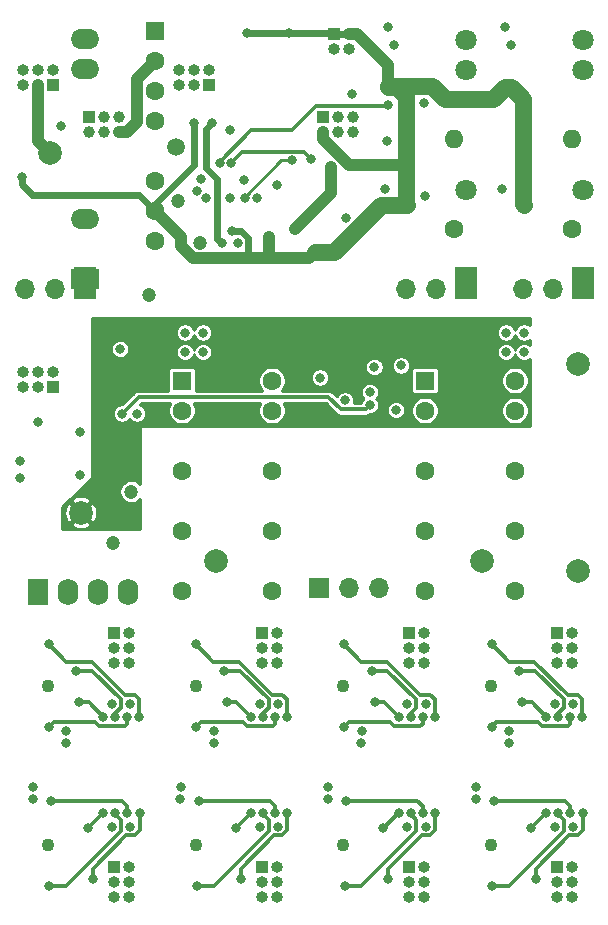
<source format=gbr>
%TF.GenerationSoftware,KiCad,Pcbnew,(5.1.10)-1*%
%TF.CreationDate,2022-01-19T08:45:22+07:00*%
%TF.ProjectId,PCB_4x_pnlz1_3,5043425f-3478-45f7-906e-6c7a315f332e,rev?*%
%TF.SameCoordinates,Original*%
%TF.FileFunction,Copper,L3,Inr*%
%TF.FilePolarity,Positive*%
%FSLAX46Y46*%
G04 Gerber Fmt 4.6, Leading zero omitted, Abs format (unit mm)*
G04 Created by KiCad (PCBNEW (5.1.10)-1) date 2022-01-19 08:45:22*
%MOMM*%
%LPD*%
G01*
G04 APERTURE LIST*
%TA.AperFunction,ComponentPad*%
%ADD10R,1.000000X1.000000*%
%TD*%
%TA.AperFunction,ComponentPad*%
%ADD11O,1.000000X1.000000*%
%TD*%
%TA.AperFunction,ComponentPad*%
%ADD12C,1.000000*%
%TD*%
%TA.AperFunction,ComponentPad*%
%ADD13C,1.600000*%
%TD*%
%TA.AperFunction,ComponentPad*%
%ADD14R,1.600000X1.600000*%
%TD*%
%TA.AperFunction,ComponentPad*%
%ADD15R,2.400000X1.700000*%
%TD*%
%TA.AperFunction,ComponentPad*%
%ADD16O,2.400000X1.700000*%
%TD*%
%TA.AperFunction,ComponentPad*%
%ADD17O,1.700000X1.700000*%
%TD*%
%TA.AperFunction,ComponentPad*%
%ADD18R,1.900000X2.700000*%
%TD*%
%TA.AperFunction,ComponentPad*%
%ADD19C,1.500000*%
%TD*%
%TA.AperFunction,ComponentPad*%
%ADD20O,1.600000X1.600000*%
%TD*%
%TA.AperFunction,ComponentPad*%
%ADD21C,2.000000*%
%TD*%
%TA.AperFunction,ComponentPad*%
%ADD22C,1.800000*%
%TD*%
%TA.AperFunction,ComponentPad*%
%ADD23R,1.800000X1.800000*%
%TD*%
%TA.AperFunction,ComponentPad*%
%ADD24R,1.700000X1.700000*%
%TD*%
%TA.AperFunction,ComponentPad*%
%ADD25O,1.750000X2.250000*%
%TD*%
%TA.AperFunction,ComponentPad*%
%ADD26R,1.750000X2.250000*%
%TD*%
%TA.AperFunction,ViaPad*%
%ADD27C,0.800000*%
%TD*%
%TA.AperFunction,ViaPad*%
%ADD28C,1.200000*%
%TD*%
%TA.AperFunction,ViaPad*%
%ADD29C,1.000000*%
%TD*%
%TA.AperFunction,ViaPad*%
%ADD30C,1.100000*%
%TD*%
%TA.AperFunction,Conductor*%
%ADD31C,1.000000*%
%TD*%
%TA.AperFunction,Conductor*%
%ADD32C,0.600000*%
%TD*%
%TA.AperFunction,Conductor*%
%ADD33C,1.400000*%
%TD*%
%TA.AperFunction,Conductor*%
%ADD34C,0.300000*%
%TD*%
%TA.AperFunction,Conductor*%
%ADD35C,0.250000*%
%TD*%
%TA.AperFunction,Conductor*%
%ADD36C,0.254000*%
%TD*%
%TA.AperFunction,Conductor*%
%ADD37C,0.020000*%
%TD*%
G04 APERTURE END LIST*
D10*
%TO.N,VCCQ*%
%TO.C,J2*%
X94544000Y-124536000D03*
D11*
%TO.N,GND2*%
X95814000Y-124536000D03*
%TO.N,/SDAq*%
X94544000Y-125806000D03*
%TO.N,/SCLq*%
X95814000Y-125806000D03*
%TO.N,/outa*%
X94544000Y-127076000D03*
%TO.N,/inb*%
X95814000Y-127076000D03*
%TD*%
D10*
%TO.N,VCCQ*%
%TO.C,J2*%
X82044000Y-124536000D03*
D11*
%TO.N,GND2*%
X83314000Y-124536000D03*
%TO.N,/SDAq*%
X82044000Y-125806000D03*
%TO.N,/SCLq*%
X83314000Y-125806000D03*
%TO.N,/outa*%
X82044000Y-127076000D03*
%TO.N,/inb*%
X83314000Y-127076000D03*
%TD*%
D10*
%TO.N,VCCQ*%
%TO.C,J2*%
X69544000Y-124536000D03*
D11*
%TO.N,GND2*%
X70814000Y-124536000D03*
%TO.N,/SDAq*%
X69544000Y-125806000D03*
%TO.N,/SCLq*%
X70814000Y-125806000D03*
%TO.N,/outa*%
X69544000Y-127076000D03*
%TO.N,/inb*%
X70814000Y-127076000D03*
%TD*%
D10*
%TO.N,/ina*%
%TO.C,J1*%
X94544000Y-104724000D03*
D11*
%TO.N,/outb*%
X95814000Y-104724000D03*
%TO.N,/SDA*%
X94544000Y-105994000D03*
%TO.N,/SCL*%
X95814000Y-105994000D03*
%TO.N,VCC*%
X94544000Y-107264000D03*
%TO.N,GND*%
X95814000Y-107264000D03*
%TD*%
D10*
%TO.N,/ina*%
%TO.C,J1*%
X82044000Y-104724000D03*
D11*
%TO.N,/outb*%
X83314000Y-104724000D03*
%TO.N,/SDA*%
X82044000Y-105994000D03*
%TO.N,/SCL*%
X83314000Y-105994000D03*
%TO.N,VCC*%
X82044000Y-107264000D03*
%TO.N,GND*%
X83314000Y-107264000D03*
%TD*%
D10*
%TO.N,/ina*%
%TO.C,J1*%
X69544000Y-104724000D03*
D11*
%TO.N,/outb*%
X70814000Y-104724000D03*
%TO.N,/SDA*%
X69544000Y-105994000D03*
%TO.N,/SCL*%
X70814000Y-105994000D03*
%TO.N,VCC*%
X69544000Y-107264000D03*
%TO.N,GND*%
X70814000Y-107264000D03*
%TD*%
D12*
%TO.N,/Int*%
%TO.C,U7*%
X77291000Y-62287000D03*
%TO.N,/+5V_valid*%
X77291000Y-61017000D03*
%TO.N,/I2C_SCL*%
X76021000Y-62287000D03*
%TO.N,/I2C_SDA*%
X76021000Y-61017000D03*
%TO.N,GNDPWR*%
X74751000Y-62287000D03*
D10*
%TO.N,+3.3VP*%
X74751000Y-61017000D03*
D12*
%TO.N,GND1*%
X57479000Y-62287000D03*
%TO.N,+5P*%
X57479000Y-61017000D03*
%TO.N,/scl0*%
X56209000Y-62287000D03*
%TO.N,/sda0*%
X56209000Y-61017000D03*
%TO.N,/I2C_Int*%
X54939000Y-62287000D03*
D10*
%TO.N,/+5V_state*%
X54939000Y-61017000D03*
%TD*%
D13*
%TO.N,Net-(JP6-Pad1)*%
%TO.C,U4*%
X60527000Y-71558000D03*
%TO.N,GNDPWR*%
X60527000Y-69018000D03*
%TO.N,Net-(JP5-Pad1)*%
X60536500Y-66478000D03*
%TO.N,/+5V_state*%
X60527000Y-61398000D03*
%TO.N,+5P*%
X60527000Y-58858000D03*
%TO.N,GND1*%
X60527000Y-56318000D03*
D14*
%TO.N,Net-(C6-Pad2)*%
X60527000Y-53778000D03*
%TD*%
D15*
%TO.N,Net-(J1-Pad1)*%
%TO.C,U1*%
X54558000Y-74733000D03*
D16*
%TO.N,Net-(J1-Pad3)*%
X54558000Y-69653000D03*
%TO.N,+5V*%
X54558000Y-56953000D03*
%TO.N,GND1*%
X54558000Y-54413000D03*
%TD*%
D17*
%TO.N,/Load2N*%
%TO.C,J4*%
X91642000Y-75622000D03*
%TO.N,N/C*%
X94182000Y-75622000D03*
D18*
%TO.N,Net-(J4-Pad1)*%
X96722000Y-75114000D03*
%TD*%
D17*
%TO.N,/Load1N*%
%TO.C,J3*%
X81736000Y-75622000D03*
%TO.N,N/C*%
X84276000Y-75622000D03*
D18*
%TO.N,Net-(J3-Pad1)*%
X86816000Y-75114000D03*
%TD*%
D17*
%TO.N,Net-(J1-Pad3)*%
%TO.C,J1*%
X49478000Y-75622000D03*
%TO.N,N/C*%
X52018000Y-75622000D03*
D18*
%TO.N,Net-(J1-Pad1)*%
X54558000Y-75114000D03*
%TD*%
D11*
%TO.N,/nRst*%
%TO.C,JP4*%
X76910000Y-55302000D03*
%TO.N,GNDPWR*%
X76910000Y-54032000D03*
%TO.N,Net-(JP4-Pad2)*%
X75640000Y-55302000D03*
D10*
%TO.N,GNDPWR*%
X75640000Y-54032000D03*
%TD*%
D11*
%TO.N,/sda0*%
%TO.C,J6*%
X62559000Y-57080000D03*
%TO.N,/scl0*%
X62559000Y-58350000D03*
%TO.N,GND1*%
X63829000Y-57080000D03*
X63829000Y-58350000D03*
%TO.N,/I2C_Int*%
X65099000Y-57080000D03*
D10*
%TO.N,/+5V_state*%
X65099000Y-58350000D03*
%TD*%
D19*
%TO.N,Net-(KP1-Pad1)*%
%TO.C,KP1*%
X62305000Y-63557000D03*
%TD*%
D20*
%TO.N,Net-(F1-Pad2)*%
%TO.C,F1*%
X85800000Y-62922000D03*
D13*
%TO.N,AC*%
X85800000Y-70542000D03*
%TD*%
D21*
%TO.N,GND1*%
%TO.C,GND1*%
X51637000Y-64065000D03*
%TD*%
D22*
%TO.N,Net-(D3-Pad2)*%
%TO.C,U2*%
X86816000Y-54540000D03*
%TO.N,+5VP*%
X86816000Y-57080000D03*
%TO.N,Net-(F1-Pad2)*%
X86816000Y-67240000D03*
D23*
%TO.N,Net-(J3-Pad1)*%
X86816000Y-74860000D03*
%TD*%
D22*
%TO.N,Net-(D4-Pad2)*%
%TO.C,U3*%
X96722000Y-54540000D03*
%TO.N,+5VP*%
X96722000Y-57080000D03*
%TO.N,Net-(F2-Pad2)*%
X96722000Y-67240000D03*
D23*
%TO.N,Net-(J4-Pad1)*%
X96722000Y-74860000D03*
%TD*%
D11*
%TO.N,+5V*%
%TO.C,J2*%
X49351000Y-57080000D03*
X49351000Y-58350000D03*
%TO.N,GND1*%
X50621000Y-57080000D03*
X50621000Y-58350000D03*
%TO.N,+5P*%
X51891000Y-57080000D03*
D10*
X51891000Y-58350000D03*
%TD*%
D20*
%TO.N,Net-(F2-Pad2)*%
%TO.C,F2*%
X95833000Y-62922000D03*
D13*
%TO.N,AC*%
X95833000Y-70542000D03*
%TD*%
D11*
%TO.N,/scl0*%
%TO.C,J2*%
X49351000Y-82580000D03*
%TO.N,/sda0*%
X49351000Y-83850000D03*
%TO.N,GND1*%
X50621000Y-82580000D03*
X50621000Y-83850000D03*
%TO.N,+5P*%
X51891000Y-82580000D03*
D10*
X51891000Y-83850000D03*
%TD*%
D21*
%TO.N,Net-(C5-Pad2)*%
%TO.C,C5*%
X88213000Y-98582000D03*
%TO.N,Net-(C5-Pad1)*%
X65713000Y-98582000D03*
%TD*%
D14*
%TO.N,+5VP*%
%TO.C,K2*%
X83387000Y-83342000D03*
D13*
X83387000Y-85882000D03*
%TO.N,Net-(J1-Pad3)*%
X83387000Y-90962000D03*
%TO.N,Net-(C7-Pad1)*%
X83387000Y-96042000D03*
%TO.N,Net-(K2-Pad8)*%
X83387000Y-101122000D03*
X91007000Y-101122000D03*
%TO.N,Net-(C5-Pad2)*%
X91007000Y-96042000D03*
%TO.N,Net-(C7-Pad1)*%
X91007000Y-90962000D03*
%TO.N,Net-(C12-Pad2)*%
X91007000Y-85882000D03*
%TO.N,Net-(C11-Pad2)*%
X91007000Y-83342000D03*
%TD*%
D24*
%TO.N,Net-(J1-Pad1)*%
%TO.C,J1*%
X74370000Y-100868000D03*
D17*
%TO.N,N/C*%
X76910000Y-100868000D03*
%TO.N,Net-(J1-Pad3)*%
X79450000Y-100868000D03*
%TD*%
D21*
%TO.N,GND2*%
%TO.C,TP1*%
X54240500Y-94518000D03*
%TD*%
D25*
%TO.N,Net-(C6-Pad2)*%
%TO.C,PS1*%
X58241000Y-101249000D03*
%TO.N,GND2*%
X55701000Y-101249000D03*
%TO.N,+5P*%
X53161000Y-101249000D03*
D26*
%TO.N,GND1*%
X50621000Y-101249000D03*
%TD*%
D13*
%TO.N,Net-(C3-Pad2)*%
%TO.C,K1*%
X70433000Y-83342000D03*
%TO.N,Net-(C4-Pad2)*%
X70433000Y-85882000D03*
%TO.N,Net-(J1-Pad1)*%
X70433000Y-90962000D03*
%TO.N,Net-(C5-Pad2)*%
X70433000Y-96042000D03*
%TO.N,Net-(K1-Pad8)*%
X70433000Y-101122000D03*
X62813000Y-101122000D03*
%TO.N,Net-(C7-Pad1)*%
X62813000Y-96042000D03*
%TO.N,Net-(C5-Pad1)*%
X62813000Y-90962000D03*
%TO.N,+5VP*%
X62813000Y-85882000D03*
D14*
X62813000Y-83342000D03*
%TD*%
D21*
%TO.N,Net-(C5-Pad2)*%
%TO.C,C7*%
X96341000Y-99445000D03*
%TO.N,Net-(C7-Pad1)*%
X96341000Y-81945000D03*
%TD*%
D11*
%TO.N,GND*%
%TO.C,J1*%
X58314000Y-107264000D03*
%TO.N,VCC*%
X57044000Y-107264000D03*
%TO.N,/SCL*%
X58314000Y-105994000D03*
%TO.N,/SDA*%
X57044000Y-105994000D03*
%TO.N,/outb*%
X58314000Y-104724000D03*
D10*
%TO.N,/ina*%
X57044000Y-104724000D03*
%TD*%
D11*
%TO.N,/inb*%
%TO.C,J2*%
X58314000Y-127076000D03*
%TO.N,/outa*%
X57044000Y-127076000D03*
%TO.N,/SCLq*%
X58314000Y-125806000D03*
%TO.N,/SDAq*%
X57044000Y-125806000D03*
%TO.N,GND2*%
X58314000Y-124536000D03*
D10*
%TO.N,VCCQ*%
X57044000Y-124536000D03*
%TD*%
D27*
%TO.N,+5P*%
X54177000Y-91343000D03*
X54177000Y-87660000D03*
%TO.N,GND1*%
X57580000Y-80675000D03*
%TO.N,GNDPWR*%
X90118000Y-58477000D03*
D28*
X91769000Y-68510000D03*
X81863000Y-68510000D03*
D27*
X68274000Y-53905000D03*
X80212000Y-58477000D03*
X71830000Y-53905000D03*
X91689000Y-65081000D03*
X81783000Y-65081000D03*
X49224000Y-66097000D03*
X74060945Y-72463065D03*
X70157425Y-71155425D03*
X63829000Y-61525022D03*
X67078402Y-70674063D03*
D28*
%TO.N,+5VP*%
X62432000Y-68129000D03*
D27*
X79095000Y-82199000D03*
D28*
X58495006Y-92740000D03*
%TO.N,AC*%
X60019000Y-76130000D03*
D27*
%TO.N,/scl0*%
X50621000Y-86832000D03*
X49097000Y-90136500D03*
%TO.N,/sda0*%
X49097000Y-91597000D03*
D28*
%TO.N,+3.3VP*%
X64357678Y-71660868D03*
D27*
X75386000Y-65234000D03*
X67512000Y-71685000D03*
D29*
X72387627Y-70471744D03*
D27*
X77164000Y-59112000D03*
%TO.N,Net-(C9-Pad2)*%
X76671824Y-69541826D03*
%TO.N,Net-(C10-Pad1)*%
X79963013Y-67112998D03*
%TO.N,Net-(C11-Pad2)*%
X83382337Y-67752659D03*
X91769000Y-80929000D03*
%TO.N,Net-(C12-Pad1)*%
X89864000Y-67113000D03*
X90245000Y-79278000D03*
%TO.N,/L1_o1_nEn*%
X80212000Y-60001000D03*
X65988000Y-64900679D03*
%TO.N,/L1_o2_nEn*%
X66877000Y-62160000D03*
X83260000Y-59873998D03*
%TO.N,/SPI_MOSI*%
X64461034Y-66240237D03*
%TO.N,/SPI_MISO*%
X64864927Y-67928876D03*
%TO.N,/SPI_SCLK*%
X64060803Y-67282612D03*
%TO.N,/SPI_SSEL*%
X68036969Y-66373799D03*
%TO.N,/Int*%
X73762621Y-64572012D03*
X66999241Y-64890007D03*
%TO.N,Net-(C1-Pad1)*%
X80783500Y-54921000D03*
%TO.N,Net-(C2-Pad1)*%
X90689500Y-54959100D03*
%TO.N,Net-(D1-Pad1)*%
X80275500Y-53397000D03*
%TO.N,Net-(D2-Pad1)*%
X90181500Y-53397000D03*
%TO.N,+5V*%
X52525000Y-61779000D03*
%TO.N,Net-(C4-Pad1)*%
X63067000Y-79278000D03*
D28*
%TO.N,Net-(C6-Pad2)*%
X56971000Y-97058000D03*
D27*
%TO.N,Net-(C17-Pad2)*%
X66162000Y-71685000D03*
X65379000Y-61525020D03*
%TO.N,Net-(R27-Pad2)*%
X70837978Y-66773021D03*
X80196675Y-63032675D03*
%TO.N,/I2C_SDA*%
X69169875Y-67854535D03*
X78715886Y-84316284D03*
X59003000Y-86136000D03*
%TO.N,/I2C_SCL*%
X72124357Y-64711990D03*
X68130639Y-67902033D03*
X78715814Y-85415892D03*
X57733000Y-86136000D03*
%TO.N,/+5V_valid*%
X66877002Y-67875002D03*
%TO.N,Net-(C3-Pad2)*%
X64591000Y-80929000D03*
%TO.N,Net-(C3-Pad1)*%
X64591000Y-79278000D03*
%TO.N,Net-(C4-Pad2)*%
X63067000Y-80929000D03*
%TO.N,Net-(C11-Pad1)*%
X91769000Y-79278000D03*
%TO.N,GND2*%
X77545000Y-82199000D03*
X72719000Y-78897000D03*
X82117000Y-78897000D03*
X71195000Y-78960500D03*
X83641000Y-78960500D03*
X57072032Y-89819000D03*
X58441000Y-121107000D03*
X70941000Y-121107000D03*
X83441000Y-121107000D03*
X95941000Y-121107000D03*
%TO.N,/K1_set*%
X74496992Y-83088000D03*
%TO.N,/K2_set*%
X80933000Y-85841000D03*
%TO.N,/K2_rst*%
X81355000Y-82061000D03*
X76597423Y-85030732D03*
%TO.N,Net-(C12-Pad2)*%
X90245000Y-80929000D03*
%TO.N,Net-(Q3-Pad2)*%
X57171000Y-111836000D03*
X53869000Y-107899006D03*
X69671000Y-111836000D03*
X82171000Y-111836000D03*
X94671000Y-111836000D03*
X66369000Y-107899006D03*
X78869000Y-107899006D03*
X91369000Y-107899006D03*
%TO.N,Net-(Q4-Pad2)*%
X59203000Y-111836000D03*
X51521996Y-105685189D03*
X71703000Y-111836000D03*
X84203000Y-111836000D03*
X96703000Y-111836000D03*
X64021996Y-105685189D03*
X76521996Y-105685189D03*
X89021996Y-105685189D03*
%TO.N,VCC*%
X56891000Y-110693000D03*
D30*
X51456000Y-109169000D03*
D27*
X69391000Y-110693000D03*
X81891000Y-110693000D03*
X94391000Y-110693000D03*
D30*
X63956000Y-109169000D03*
X76456000Y-109169000D03*
X88956000Y-109169000D03*
D27*
%TO.N,GND*%
X58441000Y-110693000D03*
X70941000Y-110693000D03*
X83441000Y-110693000D03*
X95941000Y-110693000D03*
%TO.N,VCCQ*%
X56891000Y-121107000D03*
D30*
X51456000Y-122631000D03*
D27*
X69391000Y-121107000D03*
X81891000Y-121107000D03*
X94391000Y-121107000D03*
D30*
X63956000Y-122631000D03*
X76456000Y-122631000D03*
X88956000Y-122631000D03*
D27*
%TO.N,/SCL*%
X52979953Y-113996581D03*
X65479953Y-113996581D03*
X77979953Y-113996581D03*
X90479953Y-113996581D03*
%TO.N,/SDA*%
X53009645Y-112997010D03*
X65509645Y-112997010D03*
X78009645Y-112997010D03*
X90509645Y-112997010D03*
%TO.N,/SCLq*%
X50190919Y-117789860D03*
X62690919Y-117789860D03*
X75190919Y-117789860D03*
X87690919Y-117789860D03*
%TO.N,/SDAq*%
X50175469Y-118789753D03*
X62675469Y-118789753D03*
X75175469Y-118789753D03*
X87675469Y-118789753D03*
%TO.N,Net-(Q1-Pad2)*%
X56155000Y-111836000D03*
X54123004Y-110597102D03*
X68655000Y-111836000D03*
X81155000Y-111836000D03*
X93655000Y-111836000D03*
X66623004Y-110597102D03*
X79123004Y-110597102D03*
X91623004Y-110597102D03*
%TO.N,Net-(Q2-Pad2)*%
X58187000Y-111836000D03*
X51519496Y-112658467D03*
X70687000Y-111836000D03*
X83187000Y-111836000D03*
X95687000Y-111836000D03*
X64019496Y-112658467D03*
X76519496Y-112658467D03*
X89019496Y-112658467D03*
%TO.N,Net-(Q5-Pad2)*%
X54860265Y-121245990D03*
X56161379Y-119942295D03*
X67360265Y-121245990D03*
X79860265Y-121245990D03*
X92360265Y-121245990D03*
X68661379Y-119942295D03*
X81161379Y-119942295D03*
X93661379Y-119942295D03*
%TO.N,Net-(Q6-Pad2)*%
X58187000Y-119964000D03*
X51710000Y-118948000D03*
X70687000Y-119964000D03*
X83187000Y-119964000D03*
X95687000Y-119964000D03*
X64210000Y-118948000D03*
X76710000Y-118948000D03*
X89210000Y-118948000D03*
%TO.N,Net-(Q7-Pad2)*%
X51582726Y-126115423D03*
X57171000Y-119964000D03*
X64082726Y-126115423D03*
X76582726Y-126115423D03*
X89082726Y-126115423D03*
X69671000Y-119964000D03*
X82171000Y-119964000D03*
X94671000Y-119964000D03*
%TO.N,Net-(Q8-Pad2)*%
X59232135Y-119964043D03*
X55266000Y-125552000D03*
X71732135Y-119964043D03*
X84232135Y-119964043D03*
X96732135Y-119964043D03*
X67766000Y-125552000D03*
X80266000Y-125552000D03*
X92766000Y-125552000D03*
%TD*%
D31*
%TO.N,GND1*%
X59026999Y-57818001D02*
X60527000Y-56318000D01*
X59026999Y-61446107D02*
X59026999Y-57818001D01*
X58186106Y-62287000D02*
X59026999Y-61446107D01*
X57479000Y-62287000D02*
X58186106Y-62287000D01*
X50621000Y-63049000D02*
X51637000Y-64065000D01*
X50621000Y-58350000D02*
X50621000Y-63049000D01*
X59026999Y-57818001D02*
X60527000Y-56318000D01*
X59026999Y-61446107D02*
X59026999Y-57818001D01*
X58186106Y-62287000D02*
X59026999Y-61446107D01*
X57479000Y-62287000D02*
X58186106Y-62287000D01*
X50621000Y-63049000D02*
X51637000Y-64065000D01*
X50621000Y-58350000D02*
X50621000Y-63049000D01*
D32*
%TO.N,GNDPWR*%
X75640000Y-54032000D02*
X76910000Y-54032000D01*
X68274000Y-53905000D02*
X71830000Y-53905000D01*
X75513000Y-53905000D02*
X75640000Y-54032000D01*
X71830000Y-53905000D02*
X75513000Y-53905000D01*
D31*
X77617106Y-54032000D02*
X76910000Y-54032000D01*
X80212000Y-56626894D02*
X77617106Y-54032000D01*
X80212000Y-58477000D02*
X80212000Y-56626894D01*
D33*
X91689000Y-68430000D02*
X91769000Y-68510000D01*
X91689000Y-65081000D02*
X91689000Y-68430000D01*
X81783000Y-68430000D02*
X81863000Y-68510000D01*
X81783000Y-65081000D02*
X81783000Y-68430000D01*
D31*
X63733677Y-72960869D02*
X62686000Y-71913192D01*
X62686000Y-71177000D02*
X60527000Y-69018000D01*
X62686000Y-71913192D02*
X62686000Y-71177000D01*
X73563141Y-72960869D02*
X74060945Y-72463065D01*
X70173131Y-72960869D02*
X73563141Y-72960869D01*
X70173131Y-72960869D02*
X70173131Y-71171131D01*
X70173131Y-71171131D02*
X70157425Y-71155425D01*
X76930070Y-65081000D02*
X81783000Y-65081000D01*
X74751000Y-62901930D02*
X76930070Y-65081000D01*
X74751000Y-62287000D02*
X74751000Y-62901930D01*
D32*
X49224000Y-66732000D02*
X49224000Y-66097000D01*
X59130000Y-67621000D02*
X50113000Y-67621000D01*
X50113000Y-67621000D02*
X49224000Y-66732000D01*
X60527000Y-69018000D02*
X59130000Y-67621000D01*
D33*
X80974000Y-58477000D02*
X80212000Y-58477000D01*
X81783000Y-59286000D02*
X80974000Y-58477000D01*
X81783000Y-65081000D02*
X81783000Y-59286000D01*
X90626000Y-58477000D02*
X90118000Y-58477000D01*
X91689000Y-59540000D02*
X90626000Y-58477000D01*
X91689000Y-65081000D02*
X91689000Y-59540000D01*
D32*
X68412001Y-71252999D02*
X68412001Y-72689999D01*
X67833065Y-70674063D02*
X68412001Y-71252999D01*
X67078402Y-70674063D02*
X67833065Y-70674063D01*
X68412001Y-72689999D02*
X68141131Y-72960869D01*
D31*
X68141131Y-72960869D02*
X63733677Y-72960869D01*
X70173131Y-72960869D02*
X68141131Y-72960869D01*
D32*
X60527000Y-69018000D02*
X60527000Y-68411502D01*
X63829000Y-65109502D02*
X63829000Y-61525022D01*
X60527000Y-68411502D02*
X63829000Y-65109502D01*
D33*
X80212000Y-58477000D02*
X80242001Y-58446999D01*
X89102000Y-59493000D02*
X90118000Y-58477000D01*
X80242001Y-58446999D02*
X83991999Y-58446999D01*
X85038000Y-59493000D02*
X89102000Y-59493000D01*
X83991999Y-58446999D02*
X85038000Y-59493000D01*
X75687435Y-72463065D02*
X74060945Y-72463065D01*
X79640500Y-68510000D02*
X75687435Y-72463065D01*
X81863000Y-68510000D02*
X79640500Y-68510000D01*
D32*
X75640000Y-54032000D02*
X76910000Y-54032000D01*
X68274000Y-53905000D02*
X71830000Y-53905000D01*
X75513000Y-53905000D02*
X75640000Y-54032000D01*
X71830000Y-53905000D02*
X75513000Y-53905000D01*
D31*
X77617106Y-54032000D02*
X76910000Y-54032000D01*
X80212000Y-56626894D02*
X77617106Y-54032000D01*
X80212000Y-58477000D02*
X80212000Y-56626894D01*
D33*
X91689000Y-68430000D02*
X91769000Y-68510000D01*
X91689000Y-65081000D02*
X91689000Y-68430000D01*
X81783000Y-68430000D02*
X81863000Y-68510000D01*
X81783000Y-65081000D02*
X81783000Y-68430000D01*
D31*
X63733677Y-72960869D02*
X62686000Y-71913192D01*
X62686000Y-71177000D02*
X60527000Y-69018000D01*
X62686000Y-71913192D02*
X62686000Y-71177000D01*
X73563141Y-72960869D02*
X74060945Y-72463065D01*
X70173131Y-72960869D02*
X73563141Y-72960869D01*
X70173131Y-72960869D02*
X70173131Y-71171131D01*
X70173131Y-71171131D02*
X70157425Y-71155425D01*
X76930070Y-65081000D02*
X81783000Y-65081000D01*
X74751000Y-62901930D02*
X76930070Y-65081000D01*
X74751000Y-62287000D02*
X74751000Y-62901930D01*
D32*
X49224000Y-66732000D02*
X49224000Y-66097000D01*
X59130000Y-67621000D02*
X50113000Y-67621000D01*
X50113000Y-67621000D02*
X49224000Y-66732000D01*
X60527000Y-69018000D02*
X59130000Y-67621000D01*
D33*
X80974000Y-58477000D02*
X80212000Y-58477000D01*
X81783000Y-59286000D02*
X80974000Y-58477000D01*
X81783000Y-65081000D02*
X81783000Y-59286000D01*
X90626000Y-58477000D02*
X90118000Y-58477000D01*
X91689000Y-59540000D02*
X90626000Y-58477000D01*
X91689000Y-65081000D02*
X91689000Y-59540000D01*
D32*
X68412001Y-71252999D02*
X68412001Y-72689999D01*
X67833065Y-70674063D02*
X68412001Y-71252999D01*
X67078402Y-70674063D02*
X67833065Y-70674063D01*
X68412001Y-72689999D02*
X68141131Y-72960869D01*
D31*
X68141131Y-72960869D02*
X63733677Y-72960869D01*
X70173131Y-72960869D02*
X68141131Y-72960869D01*
D32*
X60527000Y-69018000D02*
X60527000Y-68411502D01*
X63829000Y-65109502D02*
X63829000Y-61525022D01*
X60527000Y-68411502D02*
X63829000Y-65109502D01*
D33*
X80212000Y-58477000D02*
X80242001Y-58446999D01*
X89102000Y-59493000D02*
X90118000Y-58477000D01*
X80242001Y-58446999D02*
X83991999Y-58446999D01*
X85038000Y-59493000D02*
X89102000Y-59493000D01*
X83991999Y-58446999D02*
X85038000Y-59493000D01*
X75687435Y-72463065D02*
X74060945Y-72463065D01*
X79640500Y-68510000D02*
X75687435Y-72463065D01*
X81863000Y-68510000D02*
X79640500Y-68510000D01*
D31*
%TO.N,+3.3VP*%
X75386000Y-65234000D02*
X75386000Y-67494000D01*
X72408256Y-70471744D02*
X72387627Y-70471744D01*
X75386000Y-67494000D02*
X72408256Y-70471744D01*
X75386000Y-65234000D02*
X75386000Y-67494000D01*
X72408256Y-70471744D02*
X72387627Y-70471744D01*
X75386000Y-67494000D02*
X72408256Y-70471744D01*
D34*
%TO.N,/L1_o1_nEn*%
X65988000Y-64827000D02*
X65988000Y-64900679D01*
X80212000Y-60001000D02*
X80085000Y-60128000D01*
X72084000Y-62160000D02*
X74116000Y-60128000D01*
X68655000Y-62160000D02*
X72084000Y-62160000D01*
X80085000Y-60128000D02*
X74116000Y-60128000D01*
X68655000Y-62160000D02*
X65988000Y-64827000D01*
X65988000Y-64827000D02*
X65988000Y-64900679D01*
X80212000Y-60001000D02*
X80085000Y-60128000D01*
X72084000Y-62160000D02*
X74116000Y-60128000D01*
X68655000Y-62160000D02*
X72084000Y-62160000D01*
X80085000Y-60128000D02*
X74116000Y-60128000D01*
X68655000Y-62160000D02*
X65988000Y-64827000D01*
%TO.N,/Int*%
X73152598Y-63961989D02*
X67927259Y-63961989D01*
X67927259Y-63961989D02*
X66999241Y-64890007D01*
X73762621Y-64572012D02*
X73152598Y-63961989D01*
X73152598Y-63961989D02*
X67927259Y-63961989D01*
X67927259Y-63961989D02*
X66999241Y-64890007D01*
X73762621Y-64572012D02*
X73152598Y-63961989D01*
D32*
%TO.N,Net-(C17-Pad2)*%
X64824868Y-62079152D02*
X65379000Y-61525020D01*
X65805125Y-71328125D02*
X65805125Y-66307492D01*
X64824868Y-65327235D02*
X64824868Y-62079152D01*
X66162000Y-71685000D02*
X65805125Y-71328125D01*
X65805125Y-66307492D02*
X64824868Y-65327235D01*
X64824868Y-62079152D02*
X65379000Y-61525020D01*
X65805125Y-71328125D02*
X65805125Y-66307492D01*
X64824868Y-65327235D02*
X64824868Y-62079152D01*
X66162000Y-71685000D02*
X65805125Y-71328125D01*
X65805125Y-66307492D02*
X64824868Y-65327235D01*
D35*
%TO.N,/I2C_SCL*%
X68130639Y-67764361D02*
X68130639Y-67902033D01*
X71183010Y-64711990D02*
X68130639Y-67764361D01*
X72124357Y-64711990D02*
X71183010Y-64711990D01*
X68130639Y-67764361D02*
X68130639Y-67902033D01*
X71183010Y-64711990D02*
X68130639Y-67764361D01*
X72124357Y-64711990D02*
X71183010Y-64711990D01*
D34*
X78350973Y-85780733D02*
X78715814Y-85415892D01*
X76237422Y-85780733D02*
X78350973Y-85780733D01*
X75188688Y-84731999D02*
X76237422Y-85780733D01*
X59137001Y-84731999D02*
X75188688Y-84731999D01*
X57733000Y-86136000D02*
X59137001Y-84731999D01*
%TO.N,Net-(Q3-Pad2)*%
X55207008Y-107899006D02*
X53869000Y-107899006D01*
X57641001Y-110332999D02*
X55207008Y-107899006D01*
X57641001Y-111053001D02*
X57641001Y-110332999D01*
X57171000Y-111523002D02*
X57641001Y-111053001D01*
X57171000Y-111836000D02*
X57171000Y-111523002D01*
X67707008Y-107899006D02*
X66369000Y-107899006D01*
X80207008Y-107899006D02*
X78869000Y-107899006D01*
X92707008Y-107899006D02*
X91369000Y-107899006D01*
X70141001Y-110332999D02*
X67707008Y-107899006D01*
X82641001Y-110332999D02*
X80207008Y-107899006D01*
X95141001Y-110332999D02*
X92707008Y-107899006D01*
X70141001Y-111053001D02*
X70141001Y-110332999D01*
X82641001Y-111053001D02*
X82641001Y-110332999D01*
X95141001Y-111053001D02*
X95141001Y-110332999D01*
X69671000Y-111523002D02*
X70141001Y-111053001D01*
X82171000Y-111523002D02*
X82641001Y-111053001D01*
X94671000Y-111523002D02*
X95141001Y-111053001D01*
X69671000Y-111836000D02*
X69671000Y-111523002D01*
X82171000Y-111836000D02*
X82171000Y-111523002D01*
X94671000Y-111836000D02*
X94671000Y-111523002D01*
%TO.N,Net-(Q4-Pad2)*%
X52973807Y-107137000D02*
X51521996Y-105685189D01*
X55152122Y-107137000D02*
X52973807Y-107137000D01*
X57958121Y-109942999D02*
X55152122Y-107137000D01*
X58801001Y-109942999D02*
X57958121Y-109942999D01*
X59203000Y-110344998D02*
X58801001Y-109942999D01*
X59203000Y-111836000D02*
X59203000Y-110344998D01*
X65473807Y-107137000D02*
X64021996Y-105685189D01*
X77973807Y-107137000D02*
X76521996Y-105685189D01*
X90473807Y-107137000D02*
X89021996Y-105685189D01*
X67652122Y-107137000D02*
X65473807Y-107137000D01*
X80152122Y-107137000D02*
X77973807Y-107137000D01*
X92652122Y-107137000D02*
X90473807Y-107137000D01*
X70458121Y-109942999D02*
X67652122Y-107137000D01*
X82958121Y-109942999D02*
X80152122Y-107137000D01*
X95458121Y-109942999D02*
X92652122Y-107137000D01*
X71301001Y-109942999D02*
X70458121Y-109942999D01*
X83801001Y-109942999D02*
X82958121Y-109942999D01*
X96301001Y-109942999D02*
X95458121Y-109942999D01*
X71703000Y-110344998D02*
X71301001Y-109942999D01*
X84203000Y-110344998D02*
X83801001Y-109942999D01*
X96703000Y-110344998D02*
X96301001Y-109942999D01*
X71703000Y-111836000D02*
X71703000Y-110344998D01*
X84203000Y-111836000D02*
X84203000Y-110344998D01*
X96703000Y-111836000D02*
X96703000Y-110344998D01*
%TO.N,Net-(Q1-Pad2)*%
X54916102Y-110597102D02*
X54123004Y-110597102D01*
X56155000Y-111836000D02*
X54916102Y-110597102D01*
X68655000Y-111836000D02*
X67416102Y-110597102D01*
X81155000Y-111836000D02*
X79916102Y-110597102D01*
X93655000Y-111836000D02*
X92416102Y-110597102D01*
X67416102Y-110597102D02*
X66623004Y-110597102D01*
X79916102Y-110597102D02*
X79123004Y-110597102D01*
X92416102Y-110597102D02*
X91623004Y-110597102D01*
%TO.N,Net-(Q2-Pad2)*%
X58187000Y-111836000D02*
X58187000Y-112401685D01*
X58187000Y-112401685D02*
X58002684Y-112586001D01*
X58002684Y-112586001D02*
X55794999Y-112586001D01*
X55794999Y-112586001D02*
X55455367Y-112246369D01*
X55455367Y-112246369D02*
X51931594Y-112246369D01*
X51931594Y-112246369D02*
X51519496Y-112658467D01*
X70687000Y-111836000D02*
X70687000Y-112401685D01*
X83187000Y-111836000D02*
X83187000Y-112401685D01*
X95687000Y-111836000D02*
X95687000Y-112401685D01*
X70687000Y-112401685D02*
X70502684Y-112586001D01*
X83187000Y-112401685D02*
X83002684Y-112586001D01*
X95687000Y-112401685D02*
X95502684Y-112586001D01*
X70502684Y-112586001D02*
X68294999Y-112586001D01*
X83002684Y-112586001D02*
X80794999Y-112586001D01*
X95502684Y-112586001D02*
X93294999Y-112586001D01*
X68294999Y-112586001D02*
X67955367Y-112246369D01*
X80794999Y-112586001D02*
X80455367Y-112246369D01*
X93294999Y-112586001D02*
X92955367Y-112246369D01*
X67955367Y-112246369D02*
X64431594Y-112246369D01*
X80455367Y-112246369D02*
X76931594Y-112246369D01*
X92955367Y-112246369D02*
X89431594Y-112246369D01*
X64431594Y-112246369D02*
X64019496Y-112658467D01*
X76931594Y-112246369D02*
X76519496Y-112658467D01*
X89431594Y-112246369D02*
X89019496Y-112658467D01*
%TO.N,Net-(Q5-Pad2)*%
X56161379Y-119944876D02*
X56161379Y-119942295D01*
X54860265Y-121245990D02*
X56161379Y-119944876D01*
X68661379Y-119944876D02*
X68661379Y-119942295D01*
X81161379Y-119944876D02*
X81161379Y-119942295D01*
X93661379Y-119944876D02*
X93661379Y-119942295D01*
X67360265Y-121245990D02*
X68661379Y-119944876D01*
X79860265Y-121245990D02*
X81161379Y-119944876D01*
X92360265Y-121245990D02*
X93661379Y-119944876D01*
%TO.N,Net-(Q6-Pad2)*%
X58187000Y-119398315D02*
X58187000Y-119964000D01*
X57736685Y-118948000D02*
X58187000Y-119398315D01*
X51710000Y-118948000D02*
X57736685Y-118948000D01*
X70687000Y-119398315D02*
X70687000Y-119964000D01*
X83187000Y-119398315D02*
X83187000Y-119964000D01*
X95687000Y-119398315D02*
X95687000Y-119964000D01*
X70236685Y-118948000D02*
X70687000Y-119398315D01*
X82736685Y-118948000D02*
X83187000Y-119398315D01*
X95236685Y-118948000D02*
X95687000Y-119398315D01*
X64210000Y-118948000D02*
X70236685Y-118948000D01*
X76710000Y-118948000D02*
X82736685Y-118948000D01*
X89210000Y-118948000D02*
X95236685Y-118948000D01*
%TO.N,Net-(Q7-Pad2)*%
X57171000Y-120058002D02*
X57171000Y-119964000D01*
X57641001Y-120528003D02*
X57171000Y-120058002D01*
X57641001Y-121467001D02*
X57641001Y-120528003D01*
X52992579Y-126115423D02*
X57641001Y-121467001D01*
X51582726Y-126115423D02*
X52992579Y-126115423D01*
X69671000Y-120058002D02*
X69671000Y-119964000D01*
X82171000Y-120058002D02*
X82171000Y-119964000D01*
X94671000Y-120058002D02*
X94671000Y-119964000D01*
X70141001Y-120528003D02*
X69671000Y-120058002D01*
X82641001Y-120528003D02*
X82171000Y-120058002D01*
X95141001Y-120528003D02*
X94671000Y-120058002D01*
X70141001Y-121467001D02*
X70141001Y-120528003D01*
X82641001Y-121467001D02*
X82641001Y-120528003D01*
X95141001Y-121467001D02*
X95141001Y-120528003D01*
X65492579Y-126115423D02*
X70141001Y-121467001D01*
X77992579Y-126115423D02*
X82641001Y-121467001D01*
X90492579Y-126115423D02*
X95141001Y-121467001D01*
X64082726Y-126115423D02*
X65492579Y-126115423D01*
X76582726Y-126115423D02*
X77992579Y-126115423D01*
X89082726Y-126115423D02*
X90492579Y-126115423D01*
%TO.N,Net-(Q8-Pad2)*%
X58092997Y-121857001D02*
X58801001Y-121857001D01*
X59232135Y-121425867D02*
X59232135Y-119964043D01*
X55266000Y-124683998D02*
X58092997Y-121857001D01*
X58801001Y-121857001D02*
X59232135Y-121425867D01*
X55266000Y-125552000D02*
X55266000Y-124683998D01*
X70592997Y-121857001D02*
X71301001Y-121857001D01*
X83092997Y-121857001D02*
X83801001Y-121857001D01*
X95592997Y-121857001D02*
X96301001Y-121857001D01*
X71732135Y-121425867D02*
X71732135Y-119964043D01*
X84232135Y-121425867D02*
X84232135Y-119964043D01*
X96732135Y-121425867D02*
X96732135Y-119964043D01*
X67766000Y-124683998D02*
X70592997Y-121857001D01*
X80266000Y-124683998D02*
X83092997Y-121857001D01*
X92766000Y-124683998D02*
X95592997Y-121857001D01*
X71301001Y-121857001D02*
X71732135Y-121425867D01*
X83801001Y-121857001D02*
X84232135Y-121425867D01*
X96301001Y-121857001D02*
X96732135Y-121425867D01*
X67766000Y-125552000D02*
X67766000Y-124683998D01*
X80266000Y-125552000D02*
X80266000Y-124683998D01*
X92766000Y-125552000D02*
X92766000Y-124683998D01*
%TD*%
D36*
%TO.N,GND2*%
X92277000Y-78681499D02*
X92266859Y-78671358D01*
X92138942Y-78585887D01*
X91996809Y-78527013D01*
X91845922Y-78497000D01*
X91692078Y-78497000D01*
X91541191Y-78527013D01*
X91399058Y-78585887D01*
X91271141Y-78671358D01*
X91162358Y-78780141D01*
X91076887Y-78908058D01*
X91018013Y-79050191D01*
X91007000Y-79105558D01*
X90995987Y-79050191D01*
X90937113Y-78908058D01*
X90851642Y-78780141D01*
X90742859Y-78671358D01*
X90614942Y-78585887D01*
X90472809Y-78527013D01*
X90321922Y-78497000D01*
X90168078Y-78497000D01*
X90017191Y-78527013D01*
X89875058Y-78585887D01*
X89747141Y-78671358D01*
X89638358Y-78780141D01*
X89552887Y-78908058D01*
X89494013Y-79050191D01*
X89464000Y-79201078D01*
X89464000Y-79354922D01*
X89494013Y-79505809D01*
X89552887Y-79647942D01*
X89638358Y-79775859D01*
X89747141Y-79884642D01*
X89875058Y-79970113D01*
X90017191Y-80028987D01*
X90168078Y-80059000D01*
X90321922Y-80059000D01*
X90472809Y-80028987D01*
X90614942Y-79970113D01*
X90742859Y-79884642D01*
X90851642Y-79775859D01*
X90937113Y-79647942D01*
X90995987Y-79505809D01*
X91007000Y-79450442D01*
X91018013Y-79505809D01*
X91076887Y-79647942D01*
X91162358Y-79775859D01*
X91271141Y-79884642D01*
X91399058Y-79970113D01*
X91541191Y-80028987D01*
X91692078Y-80059000D01*
X91845922Y-80059000D01*
X91996809Y-80028987D01*
X92138942Y-79970113D01*
X92266859Y-79884642D01*
X92277000Y-79874501D01*
X92277000Y-80332499D01*
X92266859Y-80322358D01*
X92138942Y-80236887D01*
X91996809Y-80178013D01*
X91845922Y-80148000D01*
X91692078Y-80148000D01*
X91541191Y-80178013D01*
X91399058Y-80236887D01*
X91271141Y-80322358D01*
X91162358Y-80431141D01*
X91076887Y-80559058D01*
X91018013Y-80701191D01*
X91007000Y-80756558D01*
X90995987Y-80701191D01*
X90937113Y-80559058D01*
X90851642Y-80431141D01*
X90742859Y-80322358D01*
X90614942Y-80236887D01*
X90472809Y-80178013D01*
X90321922Y-80148000D01*
X90168078Y-80148000D01*
X90017191Y-80178013D01*
X89875058Y-80236887D01*
X89747141Y-80322358D01*
X89638358Y-80431141D01*
X89552887Y-80559058D01*
X89494013Y-80701191D01*
X89464000Y-80852078D01*
X89464000Y-81005922D01*
X89494013Y-81156809D01*
X89552887Y-81298942D01*
X89638358Y-81426859D01*
X89747141Y-81535642D01*
X89875058Y-81621113D01*
X90017191Y-81679987D01*
X90168078Y-81710000D01*
X90321922Y-81710000D01*
X90472809Y-81679987D01*
X90614942Y-81621113D01*
X90742859Y-81535642D01*
X90851642Y-81426859D01*
X90937113Y-81298942D01*
X90995987Y-81156809D01*
X91007000Y-81101442D01*
X91018013Y-81156809D01*
X91076887Y-81298942D01*
X91162358Y-81426859D01*
X91271141Y-81535642D01*
X91399058Y-81621113D01*
X91541191Y-81679987D01*
X91692078Y-81710000D01*
X91845922Y-81710000D01*
X91996809Y-81679987D01*
X92138942Y-81621113D01*
X92266859Y-81535642D01*
X92277000Y-81525501D01*
X92277000Y-87152000D01*
X59384000Y-87152000D01*
X59359224Y-87154440D01*
X59335399Y-87161667D01*
X59313443Y-87173403D01*
X59294197Y-87189197D01*
X59278403Y-87208443D01*
X59266667Y-87230399D01*
X59259440Y-87254224D01*
X59257000Y-87279000D01*
X59257000Y-92114650D01*
X59120357Y-91978007D01*
X58959684Y-91870649D01*
X58781153Y-91796699D01*
X58591626Y-91759000D01*
X58398386Y-91759000D01*
X58208859Y-91796699D01*
X58030328Y-91870649D01*
X57869655Y-91978007D01*
X57733013Y-92114649D01*
X57625655Y-92275322D01*
X57551705Y-92453853D01*
X57514006Y-92643380D01*
X57514006Y-92836620D01*
X57551705Y-93026147D01*
X57625655Y-93204678D01*
X57733013Y-93365351D01*
X57869655Y-93501993D01*
X58030328Y-93609351D01*
X58208859Y-93683301D01*
X58398386Y-93721000D01*
X58591626Y-93721000D01*
X58781153Y-93683301D01*
X58959684Y-93609351D01*
X59120357Y-93501993D01*
X59257000Y-93365350D01*
X59257000Y-95915000D01*
X52653000Y-95915000D01*
X52653000Y-95476021D01*
X53372989Y-95476021D01*
X53477486Y-95677082D01*
X53718273Y-95803666D01*
X53979129Y-95880844D01*
X54250029Y-95905649D01*
X54520563Y-95877126D01*
X54780334Y-95796373D01*
X55003514Y-95677082D01*
X55108011Y-95476021D01*
X54240500Y-94608510D01*
X53372989Y-95476021D01*
X52653000Y-95476021D01*
X52653000Y-94527529D01*
X52852851Y-94527529D01*
X52881374Y-94798063D01*
X52962127Y-95057834D01*
X53081418Y-95281014D01*
X53282479Y-95385511D01*
X54149990Y-94518000D01*
X54331010Y-94518000D01*
X55198521Y-95385511D01*
X55399582Y-95281014D01*
X55526166Y-95040227D01*
X55603344Y-94779371D01*
X55628149Y-94508471D01*
X55599626Y-94237937D01*
X55518873Y-93978166D01*
X55399582Y-93754986D01*
X55198521Y-93650489D01*
X54331010Y-94518000D01*
X54149990Y-94518000D01*
X53282479Y-93650489D01*
X53081418Y-93754986D01*
X52954834Y-93995773D01*
X52877656Y-94256629D01*
X52852851Y-94527529D01*
X52653000Y-94527529D01*
X52653000Y-94062606D01*
X53155627Y-93559979D01*
X53372989Y-93559979D01*
X54240500Y-94427490D01*
X55108011Y-93559979D01*
X55003514Y-93358918D01*
X54762727Y-93232334D01*
X54501871Y-93155156D01*
X54230971Y-93130351D01*
X53960437Y-93158874D01*
X53700666Y-93239627D01*
X53477486Y-93358918D01*
X53372989Y-93559979D01*
X53155627Y-93559979D01*
X55155803Y-91559803D01*
X55171597Y-91540557D01*
X55183333Y-91518601D01*
X55190560Y-91494776D01*
X55193000Y-91470000D01*
X55193000Y-86059078D01*
X56952000Y-86059078D01*
X56952000Y-86212922D01*
X56982013Y-86363809D01*
X57040887Y-86505942D01*
X57126358Y-86633859D01*
X57235141Y-86742642D01*
X57363058Y-86828113D01*
X57505191Y-86886987D01*
X57656078Y-86917000D01*
X57809922Y-86917000D01*
X57960809Y-86886987D01*
X58102942Y-86828113D01*
X58230859Y-86742642D01*
X58339642Y-86633859D01*
X58368000Y-86591418D01*
X58396358Y-86633859D01*
X58505141Y-86742642D01*
X58633058Y-86828113D01*
X58775191Y-86886987D01*
X58926078Y-86917000D01*
X59079922Y-86917000D01*
X59230809Y-86886987D01*
X59372942Y-86828113D01*
X59500859Y-86742642D01*
X59609642Y-86633859D01*
X59695113Y-86505942D01*
X59753987Y-86363809D01*
X59784000Y-86212922D01*
X59784000Y-86059078D01*
X59753987Y-85908191D01*
X59695113Y-85766058D01*
X59609642Y-85638141D01*
X59500859Y-85529358D01*
X59372942Y-85443887D01*
X59233726Y-85386221D01*
X59356948Y-85262999D01*
X61806227Y-85262999D01*
X61766412Y-85322587D01*
X61677386Y-85537515D01*
X61632000Y-85765682D01*
X61632000Y-85998318D01*
X61677386Y-86226485D01*
X61766412Y-86441413D01*
X61895658Y-86634843D01*
X62060157Y-86799342D01*
X62253587Y-86928588D01*
X62468515Y-87017614D01*
X62696682Y-87063000D01*
X62929318Y-87063000D01*
X63157485Y-87017614D01*
X63372413Y-86928588D01*
X63565843Y-86799342D01*
X63730342Y-86634843D01*
X63859588Y-86441413D01*
X63948614Y-86226485D01*
X63994000Y-85998318D01*
X63994000Y-85765682D01*
X63948614Y-85537515D01*
X63859588Y-85322587D01*
X63819773Y-85262999D01*
X69426227Y-85262999D01*
X69386412Y-85322587D01*
X69297386Y-85537515D01*
X69252000Y-85765682D01*
X69252000Y-85998318D01*
X69297386Y-86226485D01*
X69386412Y-86441413D01*
X69515658Y-86634843D01*
X69680157Y-86799342D01*
X69873587Y-86928588D01*
X70088515Y-87017614D01*
X70316682Y-87063000D01*
X70549318Y-87063000D01*
X70777485Y-87017614D01*
X70992413Y-86928588D01*
X71185843Y-86799342D01*
X71350342Y-86634843D01*
X71479588Y-86441413D01*
X71568614Y-86226485D01*
X71614000Y-85998318D01*
X71614000Y-85765682D01*
X71568614Y-85537515D01*
X71479588Y-85322587D01*
X71439773Y-85262999D01*
X74968742Y-85262999D01*
X75843505Y-86137763D01*
X75860132Y-86158023D01*
X75880392Y-86174650D01*
X75940986Y-86224379D01*
X76033234Y-86273686D01*
X76133328Y-86304050D01*
X76211338Y-86311733D01*
X76211348Y-86311733D01*
X76237422Y-86314301D01*
X76263496Y-86311733D01*
X78324899Y-86311733D01*
X78350973Y-86314301D01*
X78377047Y-86311733D01*
X78377057Y-86311733D01*
X78455067Y-86304050D01*
X78555161Y-86273686D01*
X78647408Y-86224379D01*
X78680901Y-86196892D01*
X78792736Y-86196892D01*
X78943623Y-86166879D01*
X79085756Y-86108005D01*
X79213673Y-86022534D01*
X79322456Y-85913751D01*
X79407927Y-85785834D01*
X79416938Y-85764078D01*
X80152000Y-85764078D01*
X80152000Y-85917922D01*
X80182013Y-86068809D01*
X80240887Y-86210942D01*
X80326358Y-86338859D01*
X80435141Y-86447642D01*
X80563058Y-86533113D01*
X80705191Y-86591987D01*
X80856078Y-86622000D01*
X81009922Y-86622000D01*
X81160809Y-86591987D01*
X81302942Y-86533113D01*
X81430859Y-86447642D01*
X81539642Y-86338859D01*
X81625113Y-86210942D01*
X81683987Y-86068809D01*
X81714000Y-85917922D01*
X81714000Y-85765682D01*
X82206000Y-85765682D01*
X82206000Y-85998318D01*
X82251386Y-86226485D01*
X82340412Y-86441413D01*
X82469658Y-86634843D01*
X82634157Y-86799342D01*
X82827587Y-86928588D01*
X83042515Y-87017614D01*
X83270682Y-87063000D01*
X83503318Y-87063000D01*
X83731485Y-87017614D01*
X83946413Y-86928588D01*
X84139843Y-86799342D01*
X84304342Y-86634843D01*
X84433588Y-86441413D01*
X84522614Y-86226485D01*
X84568000Y-85998318D01*
X84568000Y-85765682D01*
X89826000Y-85765682D01*
X89826000Y-85998318D01*
X89871386Y-86226485D01*
X89960412Y-86441413D01*
X90089658Y-86634843D01*
X90254157Y-86799342D01*
X90447587Y-86928588D01*
X90662515Y-87017614D01*
X90890682Y-87063000D01*
X91123318Y-87063000D01*
X91351485Y-87017614D01*
X91566413Y-86928588D01*
X91759843Y-86799342D01*
X91924342Y-86634843D01*
X92053588Y-86441413D01*
X92142614Y-86226485D01*
X92188000Y-85998318D01*
X92188000Y-85765682D01*
X92142614Y-85537515D01*
X92053588Y-85322587D01*
X91924342Y-85129157D01*
X91759843Y-84964658D01*
X91566413Y-84835412D01*
X91351485Y-84746386D01*
X91123318Y-84701000D01*
X90890682Y-84701000D01*
X90662515Y-84746386D01*
X90447587Y-84835412D01*
X90254157Y-84964658D01*
X90089658Y-85129157D01*
X89960412Y-85322587D01*
X89871386Y-85537515D01*
X89826000Y-85765682D01*
X84568000Y-85765682D01*
X84522614Y-85537515D01*
X84433588Y-85322587D01*
X84304342Y-85129157D01*
X84139843Y-84964658D01*
X83946413Y-84835412D01*
X83731485Y-84746386D01*
X83503318Y-84701000D01*
X83270682Y-84701000D01*
X83042515Y-84746386D01*
X82827587Y-84835412D01*
X82634157Y-84964658D01*
X82469658Y-85129157D01*
X82340412Y-85322587D01*
X82251386Y-85537515D01*
X82206000Y-85765682D01*
X81714000Y-85765682D01*
X81714000Y-85764078D01*
X81683987Y-85613191D01*
X81625113Y-85471058D01*
X81539642Y-85343141D01*
X81430859Y-85234358D01*
X81302942Y-85148887D01*
X81160809Y-85090013D01*
X81009922Y-85060000D01*
X80856078Y-85060000D01*
X80705191Y-85090013D01*
X80563058Y-85148887D01*
X80435141Y-85234358D01*
X80326358Y-85343141D01*
X80240887Y-85471058D01*
X80182013Y-85613191D01*
X80152000Y-85764078D01*
X79416938Y-85764078D01*
X79466801Y-85643701D01*
X79496814Y-85492814D01*
X79496814Y-85338970D01*
X79466801Y-85188083D01*
X79407927Y-85045950D01*
X79322456Y-84918033D01*
X79270547Y-84866124D01*
X79322528Y-84814143D01*
X79407999Y-84686226D01*
X79466873Y-84544093D01*
X79496886Y-84393206D01*
X79496886Y-84239362D01*
X79466873Y-84088475D01*
X79407999Y-83946342D01*
X79322528Y-83818425D01*
X79213745Y-83709642D01*
X79085828Y-83624171D01*
X78943695Y-83565297D01*
X78792808Y-83535284D01*
X78638964Y-83535284D01*
X78488077Y-83565297D01*
X78345944Y-83624171D01*
X78218027Y-83709642D01*
X78109244Y-83818425D01*
X78023773Y-83946342D01*
X77964899Y-84088475D01*
X77934886Y-84239362D01*
X77934886Y-84393206D01*
X77964899Y-84544093D01*
X78023773Y-84686226D01*
X78109244Y-84814143D01*
X78161153Y-84866052D01*
X78109172Y-84918033D01*
X78023701Y-85045950D01*
X77964827Y-85188083D01*
X77952564Y-85249733D01*
X77350162Y-85249733D01*
X77378423Y-85107654D01*
X77378423Y-84953810D01*
X77348410Y-84802923D01*
X77289536Y-84660790D01*
X77204065Y-84532873D01*
X77095282Y-84424090D01*
X76967365Y-84338619D01*
X76825232Y-84279745D01*
X76674345Y-84249732D01*
X76520501Y-84249732D01*
X76369614Y-84279745D01*
X76227481Y-84338619D01*
X76099564Y-84424090D01*
X75990781Y-84532873D01*
X75905310Y-84660790D01*
X75894507Y-84686871D01*
X75582609Y-84374974D01*
X75565978Y-84354709D01*
X75485123Y-84288353D01*
X75392876Y-84239046D01*
X75292782Y-84208682D01*
X75214772Y-84200999D01*
X75214762Y-84200999D01*
X75188688Y-84198431D01*
X75162614Y-84200999D01*
X71244186Y-84200999D01*
X71350342Y-84094843D01*
X71479588Y-83901413D01*
X71568614Y-83686485D01*
X71614000Y-83458318D01*
X71614000Y-83225682D01*
X71571312Y-83011078D01*
X73715992Y-83011078D01*
X73715992Y-83164922D01*
X73746005Y-83315809D01*
X73804879Y-83457942D01*
X73890350Y-83585859D01*
X73999133Y-83694642D01*
X74127050Y-83780113D01*
X74269183Y-83838987D01*
X74420070Y-83869000D01*
X74573914Y-83869000D01*
X74724801Y-83838987D01*
X74866934Y-83780113D01*
X74994851Y-83694642D01*
X75103634Y-83585859D01*
X75189105Y-83457942D01*
X75247979Y-83315809D01*
X75277992Y-83164922D01*
X75277992Y-83011078D01*
X75247979Y-82860191D01*
X75189105Y-82718058D01*
X75103634Y-82590141D01*
X74994851Y-82481358D01*
X74866934Y-82395887D01*
X74724801Y-82337013D01*
X74573914Y-82307000D01*
X74420070Y-82307000D01*
X74269183Y-82337013D01*
X74127050Y-82395887D01*
X73999133Y-82481358D01*
X73890350Y-82590141D01*
X73804879Y-82718058D01*
X73746005Y-82860191D01*
X73715992Y-83011078D01*
X71571312Y-83011078D01*
X71568614Y-82997515D01*
X71479588Y-82782587D01*
X71350342Y-82589157D01*
X71185843Y-82424658D01*
X70992413Y-82295412D01*
X70777485Y-82206386D01*
X70549318Y-82161000D01*
X70316682Y-82161000D01*
X70088515Y-82206386D01*
X69873587Y-82295412D01*
X69680157Y-82424658D01*
X69515658Y-82589157D01*
X69386412Y-82782587D01*
X69297386Y-82997515D01*
X69252000Y-83225682D01*
X69252000Y-83458318D01*
X69297386Y-83686485D01*
X69386412Y-83901413D01*
X69515658Y-84094843D01*
X69621814Y-84200999D01*
X63990032Y-84200999D01*
X63995843Y-84142000D01*
X63995843Y-82542000D01*
X63988487Y-82467311D01*
X63966701Y-82395492D01*
X63931322Y-82329304D01*
X63883711Y-82271289D01*
X63825696Y-82223678D01*
X63759508Y-82188299D01*
X63687689Y-82166513D01*
X63613000Y-82159157D01*
X62013000Y-82159157D01*
X61938311Y-82166513D01*
X61866492Y-82188299D01*
X61800304Y-82223678D01*
X61742289Y-82271289D01*
X61694678Y-82329304D01*
X61659299Y-82395492D01*
X61637513Y-82467311D01*
X61630157Y-82542000D01*
X61630157Y-84142000D01*
X61635968Y-84200999D01*
X59163074Y-84200999D01*
X59137000Y-84198431D01*
X59110926Y-84200999D01*
X59110917Y-84200999D01*
X59032907Y-84208682D01*
X58932813Y-84239046D01*
X58872697Y-84271178D01*
X58840565Y-84288353D01*
X58779971Y-84338082D01*
X58759711Y-84354709D01*
X58743084Y-84374969D01*
X57763054Y-85355000D01*
X57656078Y-85355000D01*
X57505191Y-85385013D01*
X57363058Y-85443887D01*
X57235141Y-85529358D01*
X57126358Y-85638141D01*
X57040887Y-85766058D01*
X56982013Y-85908191D01*
X56952000Y-86059078D01*
X55193000Y-86059078D01*
X55193000Y-82122078D01*
X78314000Y-82122078D01*
X78314000Y-82275922D01*
X78344013Y-82426809D01*
X78402887Y-82568942D01*
X78488358Y-82696859D01*
X78597141Y-82805642D01*
X78725058Y-82891113D01*
X78867191Y-82949987D01*
X79018078Y-82980000D01*
X79171922Y-82980000D01*
X79322809Y-82949987D01*
X79464942Y-82891113D01*
X79592859Y-82805642D01*
X79701642Y-82696859D01*
X79787113Y-82568942D01*
X79845987Y-82426809D01*
X79876000Y-82275922D01*
X79876000Y-82122078D01*
X79848551Y-81984078D01*
X80574000Y-81984078D01*
X80574000Y-82137922D01*
X80604013Y-82288809D01*
X80662887Y-82430942D01*
X80748358Y-82558859D01*
X80857141Y-82667642D01*
X80985058Y-82753113D01*
X81127191Y-82811987D01*
X81278078Y-82842000D01*
X81431922Y-82842000D01*
X81582809Y-82811987D01*
X81724942Y-82753113D01*
X81852859Y-82667642D01*
X81961642Y-82558859D01*
X81972906Y-82542000D01*
X82204157Y-82542000D01*
X82204157Y-84142000D01*
X82211513Y-84216689D01*
X82233299Y-84288508D01*
X82268678Y-84354696D01*
X82316289Y-84412711D01*
X82374304Y-84460322D01*
X82440492Y-84495701D01*
X82512311Y-84517487D01*
X82587000Y-84524843D01*
X84187000Y-84524843D01*
X84261689Y-84517487D01*
X84333508Y-84495701D01*
X84399696Y-84460322D01*
X84457711Y-84412711D01*
X84505322Y-84354696D01*
X84540701Y-84288508D01*
X84562487Y-84216689D01*
X84569843Y-84142000D01*
X84569843Y-83225682D01*
X89826000Y-83225682D01*
X89826000Y-83458318D01*
X89871386Y-83686485D01*
X89960412Y-83901413D01*
X90089658Y-84094843D01*
X90254157Y-84259342D01*
X90447587Y-84388588D01*
X90662515Y-84477614D01*
X90890682Y-84523000D01*
X91123318Y-84523000D01*
X91351485Y-84477614D01*
X91566413Y-84388588D01*
X91759843Y-84259342D01*
X91924342Y-84094843D01*
X92053588Y-83901413D01*
X92142614Y-83686485D01*
X92188000Y-83458318D01*
X92188000Y-83225682D01*
X92142614Y-82997515D01*
X92053588Y-82782587D01*
X91924342Y-82589157D01*
X91759843Y-82424658D01*
X91566413Y-82295412D01*
X91351485Y-82206386D01*
X91123318Y-82161000D01*
X90890682Y-82161000D01*
X90662515Y-82206386D01*
X90447587Y-82295412D01*
X90254157Y-82424658D01*
X90089658Y-82589157D01*
X89960412Y-82782587D01*
X89871386Y-82997515D01*
X89826000Y-83225682D01*
X84569843Y-83225682D01*
X84569843Y-82542000D01*
X84562487Y-82467311D01*
X84540701Y-82395492D01*
X84505322Y-82329304D01*
X84457711Y-82271289D01*
X84399696Y-82223678D01*
X84333508Y-82188299D01*
X84261689Y-82166513D01*
X84187000Y-82159157D01*
X82587000Y-82159157D01*
X82512311Y-82166513D01*
X82440492Y-82188299D01*
X82374304Y-82223678D01*
X82316289Y-82271289D01*
X82268678Y-82329304D01*
X82233299Y-82395492D01*
X82211513Y-82467311D01*
X82204157Y-82542000D01*
X81972906Y-82542000D01*
X82047113Y-82430942D01*
X82105987Y-82288809D01*
X82136000Y-82137922D01*
X82136000Y-81984078D01*
X82105987Y-81833191D01*
X82047113Y-81691058D01*
X81961642Y-81563141D01*
X81852859Y-81454358D01*
X81724942Y-81368887D01*
X81582809Y-81310013D01*
X81431922Y-81280000D01*
X81278078Y-81280000D01*
X81127191Y-81310013D01*
X80985058Y-81368887D01*
X80857141Y-81454358D01*
X80748358Y-81563141D01*
X80662887Y-81691058D01*
X80604013Y-81833191D01*
X80574000Y-81984078D01*
X79848551Y-81984078D01*
X79845987Y-81971191D01*
X79787113Y-81829058D01*
X79701642Y-81701141D01*
X79592859Y-81592358D01*
X79464942Y-81506887D01*
X79322809Y-81448013D01*
X79171922Y-81418000D01*
X79018078Y-81418000D01*
X78867191Y-81448013D01*
X78725058Y-81506887D01*
X78597141Y-81592358D01*
X78488358Y-81701141D01*
X78402887Y-81829058D01*
X78344013Y-81971191D01*
X78314000Y-82122078D01*
X55193000Y-82122078D01*
X55193000Y-80598078D01*
X56799000Y-80598078D01*
X56799000Y-80751922D01*
X56829013Y-80902809D01*
X56887887Y-81044942D01*
X56973358Y-81172859D01*
X57082141Y-81281642D01*
X57210058Y-81367113D01*
X57352191Y-81425987D01*
X57503078Y-81456000D01*
X57656922Y-81456000D01*
X57807809Y-81425987D01*
X57949942Y-81367113D01*
X58077859Y-81281642D01*
X58186642Y-81172859D01*
X58272113Y-81044942D01*
X58330987Y-80902809D01*
X58341077Y-80852078D01*
X62286000Y-80852078D01*
X62286000Y-81005922D01*
X62316013Y-81156809D01*
X62374887Y-81298942D01*
X62460358Y-81426859D01*
X62569141Y-81535642D01*
X62697058Y-81621113D01*
X62839191Y-81679987D01*
X62990078Y-81710000D01*
X63143922Y-81710000D01*
X63294809Y-81679987D01*
X63436942Y-81621113D01*
X63564859Y-81535642D01*
X63673642Y-81426859D01*
X63759113Y-81298942D01*
X63817987Y-81156809D01*
X63829000Y-81101442D01*
X63840013Y-81156809D01*
X63898887Y-81298942D01*
X63984358Y-81426859D01*
X64093141Y-81535642D01*
X64221058Y-81621113D01*
X64363191Y-81679987D01*
X64514078Y-81710000D01*
X64667922Y-81710000D01*
X64818809Y-81679987D01*
X64960942Y-81621113D01*
X65088859Y-81535642D01*
X65197642Y-81426859D01*
X65283113Y-81298942D01*
X65341987Y-81156809D01*
X65372000Y-81005922D01*
X65372000Y-80852078D01*
X65341987Y-80701191D01*
X65283113Y-80559058D01*
X65197642Y-80431141D01*
X65088859Y-80322358D01*
X64960942Y-80236887D01*
X64818809Y-80178013D01*
X64667922Y-80148000D01*
X64514078Y-80148000D01*
X64363191Y-80178013D01*
X64221058Y-80236887D01*
X64093141Y-80322358D01*
X63984358Y-80431141D01*
X63898887Y-80559058D01*
X63840013Y-80701191D01*
X63829000Y-80756558D01*
X63817987Y-80701191D01*
X63759113Y-80559058D01*
X63673642Y-80431141D01*
X63564859Y-80322358D01*
X63436942Y-80236887D01*
X63294809Y-80178013D01*
X63143922Y-80148000D01*
X62990078Y-80148000D01*
X62839191Y-80178013D01*
X62697058Y-80236887D01*
X62569141Y-80322358D01*
X62460358Y-80431141D01*
X62374887Y-80559058D01*
X62316013Y-80701191D01*
X62286000Y-80852078D01*
X58341077Y-80852078D01*
X58361000Y-80751922D01*
X58361000Y-80598078D01*
X58330987Y-80447191D01*
X58272113Y-80305058D01*
X58186642Y-80177141D01*
X58077859Y-80068358D01*
X57949942Y-79982887D01*
X57807809Y-79924013D01*
X57656922Y-79894000D01*
X57503078Y-79894000D01*
X57352191Y-79924013D01*
X57210058Y-79982887D01*
X57082141Y-80068358D01*
X56973358Y-80177141D01*
X56887887Y-80305058D01*
X56829013Y-80447191D01*
X56799000Y-80598078D01*
X55193000Y-80598078D01*
X55193000Y-79201078D01*
X62286000Y-79201078D01*
X62286000Y-79354922D01*
X62316013Y-79505809D01*
X62374887Y-79647942D01*
X62460358Y-79775859D01*
X62569141Y-79884642D01*
X62697058Y-79970113D01*
X62839191Y-80028987D01*
X62990078Y-80059000D01*
X63143922Y-80059000D01*
X63294809Y-80028987D01*
X63436942Y-79970113D01*
X63564859Y-79884642D01*
X63673642Y-79775859D01*
X63759113Y-79647942D01*
X63817987Y-79505809D01*
X63829000Y-79450442D01*
X63840013Y-79505809D01*
X63898887Y-79647942D01*
X63984358Y-79775859D01*
X64093141Y-79884642D01*
X64221058Y-79970113D01*
X64363191Y-80028987D01*
X64514078Y-80059000D01*
X64667922Y-80059000D01*
X64818809Y-80028987D01*
X64960942Y-79970113D01*
X65088859Y-79884642D01*
X65197642Y-79775859D01*
X65283113Y-79647942D01*
X65341987Y-79505809D01*
X65372000Y-79354922D01*
X65372000Y-79201078D01*
X65341987Y-79050191D01*
X65283113Y-78908058D01*
X65197642Y-78780141D01*
X65088859Y-78671358D01*
X64960942Y-78585887D01*
X64818809Y-78527013D01*
X64667922Y-78497000D01*
X64514078Y-78497000D01*
X64363191Y-78527013D01*
X64221058Y-78585887D01*
X64093141Y-78671358D01*
X63984358Y-78780141D01*
X63898887Y-78908058D01*
X63840013Y-79050191D01*
X63829000Y-79105558D01*
X63817987Y-79050191D01*
X63759113Y-78908058D01*
X63673642Y-78780141D01*
X63564859Y-78671358D01*
X63436942Y-78585887D01*
X63294809Y-78527013D01*
X63143922Y-78497000D01*
X62990078Y-78497000D01*
X62839191Y-78527013D01*
X62697058Y-78585887D01*
X62569141Y-78671358D01*
X62460358Y-78780141D01*
X62374887Y-78908058D01*
X62316013Y-79050191D01*
X62286000Y-79201078D01*
X55193000Y-79201078D01*
X55193000Y-78008000D01*
X92277000Y-78008000D01*
X92277000Y-78681499D01*
%TA.AperFunction,Conductor*%
D37*
G36*
X92277000Y-78681499D02*
G01*
X92266859Y-78671358D01*
X92138942Y-78585887D01*
X91996809Y-78527013D01*
X91845922Y-78497000D01*
X91692078Y-78497000D01*
X91541191Y-78527013D01*
X91399058Y-78585887D01*
X91271141Y-78671358D01*
X91162358Y-78780141D01*
X91076887Y-78908058D01*
X91018013Y-79050191D01*
X91007000Y-79105558D01*
X90995987Y-79050191D01*
X90937113Y-78908058D01*
X90851642Y-78780141D01*
X90742859Y-78671358D01*
X90614942Y-78585887D01*
X90472809Y-78527013D01*
X90321922Y-78497000D01*
X90168078Y-78497000D01*
X90017191Y-78527013D01*
X89875058Y-78585887D01*
X89747141Y-78671358D01*
X89638358Y-78780141D01*
X89552887Y-78908058D01*
X89494013Y-79050191D01*
X89464000Y-79201078D01*
X89464000Y-79354922D01*
X89494013Y-79505809D01*
X89552887Y-79647942D01*
X89638358Y-79775859D01*
X89747141Y-79884642D01*
X89875058Y-79970113D01*
X90017191Y-80028987D01*
X90168078Y-80059000D01*
X90321922Y-80059000D01*
X90472809Y-80028987D01*
X90614942Y-79970113D01*
X90742859Y-79884642D01*
X90851642Y-79775859D01*
X90937113Y-79647942D01*
X90995987Y-79505809D01*
X91007000Y-79450442D01*
X91018013Y-79505809D01*
X91076887Y-79647942D01*
X91162358Y-79775859D01*
X91271141Y-79884642D01*
X91399058Y-79970113D01*
X91541191Y-80028987D01*
X91692078Y-80059000D01*
X91845922Y-80059000D01*
X91996809Y-80028987D01*
X92138942Y-79970113D01*
X92266859Y-79884642D01*
X92277000Y-79874501D01*
X92277000Y-80332499D01*
X92266859Y-80322358D01*
X92138942Y-80236887D01*
X91996809Y-80178013D01*
X91845922Y-80148000D01*
X91692078Y-80148000D01*
X91541191Y-80178013D01*
X91399058Y-80236887D01*
X91271141Y-80322358D01*
X91162358Y-80431141D01*
X91076887Y-80559058D01*
X91018013Y-80701191D01*
X91007000Y-80756558D01*
X90995987Y-80701191D01*
X90937113Y-80559058D01*
X90851642Y-80431141D01*
X90742859Y-80322358D01*
X90614942Y-80236887D01*
X90472809Y-80178013D01*
X90321922Y-80148000D01*
X90168078Y-80148000D01*
X90017191Y-80178013D01*
X89875058Y-80236887D01*
X89747141Y-80322358D01*
X89638358Y-80431141D01*
X89552887Y-80559058D01*
X89494013Y-80701191D01*
X89464000Y-80852078D01*
X89464000Y-81005922D01*
X89494013Y-81156809D01*
X89552887Y-81298942D01*
X89638358Y-81426859D01*
X89747141Y-81535642D01*
X89875058Y-81621113D01*
X90017191Y-81679987D01*
X90168078Y-81710000D01*
X90321922Y-81710000D01*
X90472809Y-81679987D01*
X90614942Y-81621113D01*
X90742859Y-81535642D01*
X90851642Y-81426859D01*
X90937113Y-81298942D01*
X90995987Y-81156809D01*
X91007000Y-81101442D01*
X91018013Y-81156809D01*
X91076887Y-81298942D01*
X91162358Y-81426859D01*
X91271141Y-81535642D01*
X91399058Y-81621113D01*
X91541191Y-81679987D01*
X91692078Y-81710000D01*
X91845922Y-81710000D01*
X91996809Y-81679987D01*
X92138942Y-81621113D01*
X92266859Y-81535642D01*
X92277000Y-81525501D01*
X92277000Y-87152000D01*
X59384000Y-87152000D01*
X59359224Y-87154440D01*
X59335399Y-87161667D01*
X59313443Y-87173403D01*
X59294197Y-87189197D01*
X59278403Y-87208443D01*
X59266667Y-87230399D01*
X59259440Y-87254224D01*
X59257000Y-87279000D01*
X59257000Y-92114650D01*
X59120357Y-91978007D01*
X58959684Y-91870649D01*
X58781153Y-91796699D01*
X58591626Y-91759000D01*
X58398386Y-91759000D01*
X58208859Y-91796699D01*
X58030328Y-91870649D01*
X57869655Y-91978007D01*
X57733013Y-92114649D01*
X57625655Y-92275322D01*
X57551705Y-92453853D01*
X57514006Y-92643380D01*
X57514006Y-92836620D01*
X57551705Y-93026147D01*
X57625655Y-93204678D01*
X57733013Y-93365351D01*
X57869655Y-93501993D01*
X58030328Y-93609351D01*
X58208859Y-93683301D01*
X58398386Y-93721000D01*
X58591626Y-93721000D01*
X58781153Y-93683301D01*
X58959684Y-93609351D01*
X59120357Y-93501993D01*
X59257000Y-93365350D01*
X59257000Y-95915000D01*
X52653000Y-95915000D01*
X52653000Y-95476021D01*
X53372989Y-95476021D01*
X53477486Y-95677082D01*
X53718273Y-95803666D01*
X53979129Y-95880844D01*
X54250029Y-95905649D01*
X54520563Y-95877126D01*
X54780334Y-95796373D01*
X55003514Y-95677082D01*
X55108011Y-95476021D01*
X54240500Y-94608510D01*
X53372989Y-95476021D01*
X52653000Y-95476021D01*
X52653000Y-94527529D01*
X52852851Y-94527529D01*
X52881374Y-94798063D01*
X52962127Y-95057834D01*
X53081418Y-95281014D01*
X53282479Y-95385511D01*
X54149990Y-94518000D01*
X54331010Y-94518000D01*
X55198521Y-95385511D01*
X55399582Y-95281014D01*
X55526166Y-95040227D01*
X55603344Y-94779371D01*
X55628149Y-94508471D01*
X55599626Y-94237937D01*
X55518873Y-93978166D01*
X55399582Y-93754986D01*
X55198521Y-93650489D01*
X54331010Y-94518000D01*
X54149990Y-94518000D01*
X53282479Y-93650489D01*
X53081418Y-93754986D01*
X52954834Y-93995773D01*
X52877656Y-94256629D01*
X52852851Y-94527529D01*
X52653000Y-94527529D01*
X52653000Y-94062606D01*
X53155627Y-93559979D01*
X53372989Y-93559979D01*
X54240500Y-94427490D01*
X55108011Y-93559979D01*
X55003514Y-93358918D01*
X54762727Y-93232334D01*
X54501871Y-93155156D01*
X54230971Y-93130351D01*
X53960437Y-93158874D01*
X53700666Y-93239627D01*
X53477486Y-93358918D01*
X53372989Y-93559979D01*
X53155627Y-93559979D01*
X55155803Y-91559803D01*
X55171597Y-91540557D01*
X55183333Y-91518601D01*
X55190560Y-91494776D01*
X55193000Y-91470000D01*
X55193000Y-86059078D01*
X56952000Y-86059078D01*
X56952000Y-86212922D01*
X56982013Y-86363809D01*
X57040887Y-86505942D01*
X57126358Y-86633859D01*
X57235141Y-86742642D01*
X57363058Y-86828113D01*
X57505191Y-86886987D01*
X57656078Y-86917000D01*
X57809922Y-86917000D01*
X57960809Y-86886987D01*
X58102942Y-86828113D01*
X58230859Y-86742642D01*
X58339642Y-86633859D01*
X58368000Y-86591418D01*
X58396358Y-86633859D01*
X58505141Y-86742642D01*
X58633058Y-86828113D01*
X58775191Y-86886987D01*
X58926078Y-86917000D01*
X59079922Y-86917000D01*
X59230809Y-86886987D01*
X59372942Y-86828113D01*
X59500859Y-86742642D01*
X59609642Y-86633859D01*
X59695113Y-86505942D01*
X59753987Y-86363809D01*
X59784000Y-86212922D01*
X59784000Y-86059078D01*
X59753987Y-85908191D01*
X59695113Y-85766058D01*
X59609642Y-85638141D01*
X59500859Y-85529358D01*
X59372942Y-85443887D01*
X59233726Y-85386221D01*
X59356948Y-85262999D01*
X61806227Y-85262999D01*
X61766412Y-85322587D01*
X61677386Y-85537515D01*
X61632000Y-85765682D01*
X61632000Y-85998318D01*
X61677386Y-86226485D01*
X61766412Y-86441413D01*
X61895658Y-86634843D01*
X62060157Y-86799342D01*
X62253587Y-86928588D01*
X62468515Y-87017614D01*
X62696682Y-87063000D01*
X62929318Y-87063000D01*
X63157485Y-87017614D01*
X63372413Y-86928588D01*
X63565843Y-86799342D01*
X63730342Y-86634843D01*
X63859588Y-86441413D01*
X63948614Y-86226485D01*
X63994000Y-85998318D01*
X63994000Y-85765682D01*
X63948614Y-85537515D01*
X63859588Y-85322587D01*
X63819773Y-85262999D01*
X69426227Y-85262999D01*
X69386412Y-85322587D01*
X69297386Y-85537515D01*
X69252000Y-85765682D01*
X69252000Y-85998318D01*
X69297386Y-86226485D01*
X69386412Y-86441413D01*
X69515658Y-86634843D01*
X69680157Y-86799342D01*
X69873587Y-86928588D01*
X70088515Y-87017614D01*
X70316682Y-87063000D01*
X70549318Y-87063000D01*
X70777485Y-87017614D01*
X70992413Y-86928588D01*
X71185843Y-86799342D01*
X71350342Y-86634843D01*
X71479588Y-86441413D01*
X71568614Y-86226485D01*
X71614000Y-85998318D01*
X71614000Y-85765682D01*
X71568614Y-85537515D01*
X71479588Y-85322587D01*
X71439773Y-85262999D01*
X74968742Y-85262999D01*
X75843505Y-86137763D01*
X75860132Y-86158023D01*
X75880392Y-86174650D01*
X75940986Y-86224379D01*
X76033234Y-86273686D01*
X76133328Y-86304050D01*
X76211338Y-86311733D01*
X76211348Y-86311733D01*
X76237422Y-86314301D01*
X76263496Y-86311733D01*
X78324899Y-86311733D01*
X78350973Y-86314301D01*
X78377047Y-86311733D01*
X78377057Y-86311733D01*
X78455067Y-86304050D01*
X78555161Y-86273686D01*
X78647408Y-86224379D01*
X78680901Y-86196892D01*
X78792736Y-86196892D01*
X78943623Y-86166879D01*
X79085756Y-86108005D01*
X79213673Y-86022534D01*
X79322456Y-85913751D01*
X79407927Y-85785834D01*
X79416938Y-85764078D01*
X80152000Y-85764078D01*
X80152000Y-85917922D01*
X80182013Y-86068809D01*
X80240887Y-86210942D01*
X80326358Y-86338859D01*
X80435141Y-86447642D01*
X80563058Y-86533113D01*
X80705191Y-86591987D01*
X80856078Y-86622000D01*
X81009922Y-86622000D01*
X81160809Y-86591987D01*
X81302942Y-86533113D01*
X81430859Y-86447642D01*
X81539642Y-86338859D01*
X81625113Y-86210942D01*
X81683987Y-86068809D01*
X81714000Y-85917922D01*
X81714000Y-85765682D01*
X82206000Y-85765682D01*
X82206000Y-85998318D01*
X82251386Y-86226485D01*
X82340412Y-86441413D01*
X82469658Y-86634843D01*
X82634157Y-86799342D01*
X82827587Y-86928588D01*
X83042515Y-87017614D01*
X83270682Y-87063000D01*
X83503318Y-87063000D01*
X83731485Y-87017614D01*
X83946413Y-86928588D01*
X84139843Y-86799342D01*
X84304342Y-86634843D01*
X84433588Y-86441413D01*
X84522614Y-86226485D01*
X84568000Y-85998318D01*
X84568000Y-85765682D01*
X89826000Y-85765682D01*
X89826000Y-85998318D01*
X89871386Y-86226485D01*
X89960412Y-86441413D01*
X90089658Y-86634843D01*
X90254157Y-86799342D01*
X90447587Y-86928588D01*
X90662515Y-87017614D01*
X90890682Y-87063000D01*
X91123318Y-87063000D01*
X91351485Y-87017614D01*
X91566413Y-86928588D01*
X91759843Y-86799342D01*
X91924342Y-86634843D01*
X92053588Y-86441413D01*
X92142614Y-86226485D01*
X92188000Y-85998318D01*
X92188000Y-85765682D01*
X92142614Y-85537515D01*
X92053588Y-85322587D01*
X91924342Y-85129157D01*
X91759843Y-84964658D01*
X91566413Y-84835412D01*
X91351485Y-84746386D01*
X91123318Y-84701000D01*
X90890682Y-84701000D01*
X90662515Y-84746386D01*
X90447587Y-84835412D01*
X90254157Y-84964658D01*
X90089658Y-85129157D01*
X89960412Y-85322587D01*
X89871386Y-85537515D01*
X89826000Y-85765682D01*
X84568000Y-85765682D01*
X84522614Y-85537515D01*
X84433588Y-85322587D01*
X84304342Y-85129157D01*
X84139843Y-84964658D01*
X83946413Y-84835412D01*
X83731485Y-84746386D01*
X83503318Y-84701000D01*
X83270682Y-84701000D01*
X83042515Y-84746386D01*
X82827587Y-84835412D01*
X82634157Y-84964658D01*
X82469658Y-85129157D01*
X82340412Y-85322587D01*
X82251386Y-85537515D01*
X82206000Y-85765682D01*
X81714000Y-85765682D01*
X81714000Y-85764078D01*
X81683987Y-85613191D01*
X81625113Y-85471058D01*
X81539642Y-85343141D01*
X81430859Y-85234358D01*
X81302942Y-85148887D01*
X81160809Y-85090013D01*
X81009922Y-85060000D01*
X80856078Y-85060000D01*
X80705191Y-85090013D01*
X80563058Y-85148887D01*
X80435141Y-85234358D01*
X80326358Y-85343141D01*
X80240887Y-85471058D01*
X80182013Y-85613191D01*
X80152000Y-85764078D01*
X79416938Y-85764078D01*
X79466801Y-85643701D01*
X79496814Y-85492814D01*
X79496814Y-85338970D01*
X79466801Y-85188083D01*
X79407927Y-85045950D01*
X79322456Y-84918033D01*
X79270547Y-84866124D01*
X79322528Y-84814143D01*
X79407999Y-84686226D01*
X79466873Y-84544093D01*
X79496886Y-84393206D01*
X79496886Y-84239362D01*
X79466873Y-84088475D01*
X79407999Y-83946342D01*
X79322528Y-83818425D01*
X79213745Y-83709642D01*
X79085828Y-83624171D01*
X78943695Y-83565297D01*
X78792808Y-83535284D01*
X78638964Y-83535284D01*
X78488077Y-83565297D01*
X78345944Y-83624171D01*
X78218027Y-83709642D01*
X78109244Y-83818425D01*
X78023773Y-83946342D01*
X77964899Y-84088475D01*
X77934886Y-84239362D01*
X77934886Y-84393206D01*
X77964899Y-84544093D01*
X78023773Y-84686226D01*
X78109244Y-84814143D01*
X78161153Y-84866052D01*
X78109172Y-84918033D01*
X78023701Y-85045950D01*
X77964827Y-85188083D01*
X77952564Y-85249733D01*
X77350162Y-85249733D01*
X77378423Y-85107654D01*
X77378423Y-84953810D01*
X77348410Y-84802923D01*
X77289536Y-84660790D01*
X77204065Y-84532873D01*
X77095282Y-84424090D01*
X76967365Y-84338619D01*
X76825232Y-84279745D01*
X76674345Y-84249732D01*
X76520501Y-84249732D01*
X76369614Y-84279745D01*
X76227481Y-84338619D01*
X76099564Y-84424090D01*
X75990781Y-84532873D01*
X75905310Y-84660790D01*
X75894507Y-84686871D01*
X75582609Y-84374974D01*
X75565978Y-84354709D01*
X75485123Y-84288353D01*
X75392876Y-84239046D01*
X75292782Y-84208682D01*
X75214772Y-84200999D01*
X75214762Y-84200999D01*
X75188688Y-84198431D01*
X75162614Y-84200999D01*
X71244186Y-84200999D01*
X71350342Y-84094843D01*
X71479588Y-83901413D01*
X71568614Y-83686485D01*
X71614000Y-83458318D01*
X71614000Y-83225682D01*
X71571312Y-83011078D01*
X73715992Y-83011078D01*
X73715992Y-83164922D01*
X73746005Y-83315809D01*
X73804879Y-83457942D01*
X73890350Y-83585859D01*
X73999133Y-83694642D01*
X74127050Y-83780113D01*
X74269183Y-83838987D01*
X74420070Y-83869000D01*
X74573914Y-83869000D01*
X74724801Y-83838987D01*
X74866934Y-83780113D01*
X74994851Y-83694642D01*
X75103634Y-83585859D01*
X75189105Y-83457942D01*
X75247979Y-83315809D01*
X75277992Y-83164922D01*
X75277992Y-83011078D01*
X75247979Y-82860191D01*
X75189105Y-82718058D01*
X75103634Y-82590141D01*
X74994851Y-82481358D01*
X74866934Y-82395887D01*
X74724801Y-82337013D01*
X74573914Y-82307000D01*
X74420070Y-82307000D01*
X74269183Y-82337013D01*
X74127050Y-82395887D01*
X73999133Y-82481358D01*
X73890350Y-82590141D01*
X73804879Y-82718058D01*
X73746005Y-82860191D01*
X73715992Y-83011078D01*
X71571312Y-83011078D01*
X71568614Y-82997515D01*
X71479588Y-82782587D01*
X71350342Y-82589157D01*
X71185843Y-82424658D01*
X70992413Y-82295412D01*
X70777485Y-82206386D01*
X70549318Y-82161000D01*
X70316682Y-82161000D01*
X70088515Y-82206386D01*
X69873587Y-82295412D01*
X69680157Y-82424658D01*
X69515658Y-82589157D01*
X69386412Y-82782587D01*
X69297386Y-82997515D01*
X69252000Y-83225682D01*
X69252000Y-83458318D01*
X69297386Y-83686485D01*
X69386412Y-83901413D01*
X69515658Y-84094843D01*
X69621814Y-84200999D01*
X63990032Y-84200999D01*
X63995843Y-84142000D01*
X63995843Y-82542000D01*
X63988487Y-82467311D01*
X63966701Y-82395492D01*
X63931322Y-82329304D01*
X63883711Y-82271289D01*
X63825696Y-82223678D01*
X63759508Y-82188299D01*
X63687689Y-82166513D01*
X63613000Y-82159157D01*
X62013000Y-82159157D01*
X61938311Y-82166513D01*
X61866492Y-82188299D01*
X61800304Y-82223678D01*
X61742289Y-82271289D01*
X61694678Y-82329304D01*
X61659299Y-82395492D01*
X61637513Y-82467311D01*
X61630157Y-82542000D01*
X61630157Y-84142000D01*
X61635968Y-84200999D01*
X59163074Y-84200999D01*
X59137000Y-84198431D01*
X59110926Y-84200999D01*
X59110917Y-84200999D01*
X59032907Y-84208682D01*
X58932813Y-84239046D01*
X58872697Y-84271178D01*
X58840565Y-84288353D01*
X58779971Y-84338082D01*
X58759711Y-84354709D01*
X58743084Y-84374969D01*
X57763054Y-85355000D01*
X57656078Y-85355000D01*
X57505191Y-85385013D01*
X57363058Y-85443887D01*
X57235141Y-85529358D01*
X57126358Y-85638141D01*
X57040887Y-85766058D01*
X56982013Y-85908191D01*
X56952000Y-86059078D01*
X55193000Y-86059078D01*
X55193000Y-82122078D01*
X78314000Y-82122078D01*
X78314000Y-82275922D01*
X78344013Y-82426809D01*
X78402887Y-82568942D01*
X78488358Y-82696859D01*
X78597141Y-82805642D01*
X78725058Y-82891113D01*
X78867191Y-82949987D01*
X79018078Y-82980000D01*
X79171922Y-82980000D01*
X79322809Y-82949987D01*
X79464942Y-82891113D01*
X79592859Y-82805642D01*
X79701642Y-82696859D01*
X79787113Y-82568942D01*
X79845987Y-82426809D01*
X79876000Y-82275922D01*
X79876000Y-82122078D01*
X79848551Y-81984078D01*
X80574000Y-81984078D01*
X80574000Y-82137922D01*
X80604013Y-82288809D01*
X80662887Y-82430942D01*
X80748358Y-82558859D01*
X80857141Y-82667642D01*
X80985058Y-82753113D01*
X81127191Y-82811987D01*
X81278078Y-82842000D01*
X81431922Y-82842000D01*
X81582809Y-82811987D01*
X81724942Y-82753113D01*
X81852859Y-82667642D01*
X81961642Y-82558859D01*
X81972906Y-82542000D01*
X82204157Y-82542000D01*
X82204157Y-84142000D01*
X82211513Y-84216689D01*
X82233299Y-84288508D01*
X82268678Y-84354696D01*
X82316289Y-84412711D01*
X82374304Y-84460322D01*
X82440492Y-84495701D01*
X82512311Y-84517487D01*
X82587000Y-84524843D01*
X84187000Y-84524843D01*
X84261689Y-84517487D01*
X84333508Y-84495701D01*
X84399696Y-84460322D01*
X84457711Y-84412711D01*
X84505322Y-84354696D01*
X84540701Y-84288508D01*
X84562487Y-84216689D01*
X84569843Y-84142000D01*
X84569843Y-83225682D01*
X89826000Y-83225682D01*
X89826000Y-83458318D01*
X89871386Y-83686485D01*
X89960412Y-83901413D01*
X90089658Y-84094843D01*
X90254157Y-84259342D01*
X90447587Y-84388588D01*
X90662515Y-84477614D01*
X90890682Y-84523000D01*
X91123318Y-84523000D01*
X91351485Y-84477614D01*
X91566413Y-84388588D01*
X91759843Y-84259342D01*
X91924342Y-84094843D01*
X92053588Y-83901413D01*
X92142614Y-83686485D01*
X92188000Y-83458318D01*
X92188000Y-83225682D01*
X92142614Y-82997515D01*
X92053588Y-82782587D01*
X91924342Y-82589157D01*
X91759843Y-82424658D01*
X91566413Y-82295412D01*
X91351485Y-82206386D01*
X91123318Y-82161000D01*
X90890682Y-82161000D01*
X90662515Y-82206386D01*
X90447587Y-82295412D01*
X90254157Y-82424658D01*
X90089658Y-82589157D01*
X89960412Y-82782587D01*
X89871386Y-82997515D01*
X89826000Y-83225682D01*
X84569843Y-83225682D01*
X84569843Y-82542000D01*
X84562487Y-82467311D01*
X84540701Y-82395492D01*
X84505322Y-82329304D01*
X84457711Y-82271289D01*
X84399696Y-82223678D01*
X84333508Y-82188299D01*
X84261689Y-82166513D01*
X84187000Y-82159157D01*
X82587000Y-82159157D01*
X82512311Y-82166513D01*
X82440492Y-82188299D01*
X82374304Y-82223678D01*
X82316289Y-82271289D01*
X82268678Y-82329304D01*
X82233299Y-82395492D01*
X82211513Y-82467311D01*
X82204157Y-82542000D01*
X81972906Y-82542000D01*
X82047113Y-82430942D01*
X82105987Y-82288809D01*
X82136000Y-82137922D01*
X82136000Y-81984078D01*
X82105987Y-81833191D01*
X82047113Y-81691058D01*
X81961642Y-81563141D01*
X81852859Y-81454358D01*
X81724942Y-81368887D01*
X81582809Y-81310013D01*
X81431922Y-81280000D01*
X81278078Y-81280000D01*
X81127191Y-81310013D01*
X80985058Y-81368887D01*
X80857141Y-81454358D01*
X80748358Y-81563141D01*
X80662887Y-81691058D01*
X80604013Y-81833191D01*
X80574000Y-81984078D01*
X79848551Y-81984078D01*
X79845987Y-81971191D01*
X79787113Y-81829058D01*
X79701642Y-81701141D01*
X79592859Y-81592358D01*
X79464942Y-81506887D01*
X79322809Y-81448013D01*
X79171922Y-81418000D01*
X79018078Y-81418000D01*
X78867191Y-81448013D01*
X78725058Y-81506887D01*
X78597141Y-81592358D01*
X78488358Y-81701141D01*
X78402887Y-81829058D01*
X78344013Y-81971191D01*
X78314000Y-82122078D01*
X55193000Y-82122078D01*
X55193000Y-80598078D01*
X56799000Y-80598078D01*
X56799000Y-80751922D01*
X56829013Y-80902809D01*
X56887887Y-81044942D01*
X56973358Y-81172859D01*
X57082141Y-81281642D01*
X57210058Y-81367113D01*
X57352191Y-81425987D01*
X57503078Y-81456000D01*
X57656922Y-81456000D01*
X57807809Y-81425987D01*
X57949942Y-81367113D01*
X58077859Y-81281642D01*
X58186642Y-81172859D01*
X58272113Y-81044942D01*
X58330987Y-80902809D01*
X58341077Y-80852078D01*
X62286000Y-80852078D01*
X62286000Y-81005922D01*
X62316013Y-81156809D01*
X62374887Y-81298942D01*
X62460358Y-81426859D01*
X62569141Y-81535642D01*
X62697058Y-81621113D01*
X62839191Y-81679987D01*
X62990078Y-81710000D01*
X63143922Y-81710000D01*
X63294809Y-81679987D01*
X63436942Y-81621113D01*
X63564859Y-81535642D01*
X63673642Y-81426859D01*
X63759113Y-81298942D01*
X63817987Y-81156809D01*
X63829000Y-81101442D01*
X63840013Y-81156809D01*
X63898887Y-81298942D01*
X63984358Y-81426859D01*
X64093141Y-81535642D01*
X64221058Y-81621113D01*
X64363191Y-81679987D01*
X64514078Y-81710000D01*
X64667922Y-81710000D01*
X64818809Y-81679987D01*
X64960942Y-81621113D01*
X65088859Y-81535642D01*
X65197642Y-81426859D01*
X65283113Y-81298942D01*
X65341987Y-81156809D01*
X65372000Y-81005922D01*
X65372000Y-80852078D01*
X65341987Y-80701191D01*
X65283113Y-80559058D01*
X65197642Y-80431141D01*
X65088859Y-80322358D01*
X64960942Y-80236887D01*
X64818809Y-80178013D01*
X64667922Y-80148000D01*
X64514078Y-80148000D01*
X64363191Y-80178013D01*
X64221058Y-80236887D01*
X64093141Y-80322358D01*
X63984358Y-80431141D01*
X63898887Y-80559058D01*
X63840013Y-80701191D01*
X63829000Y-80756558D01*
X63817987Y-80701191D01*
X63759113Y-80559058D01*
X63673642Y-80431141D01*
X63564859Y-80322358D01*
X63436942Y-80236887D01*
X63294809Y-80178013D01*
X63143922Y-80148000D01*
X62990078Y-80148000D01*
X62839191Y-80178013D01*
X62697058Y-80236887D01*
X62569141Y-80322358D01*
X62460358Y-80431141D01*
X62374887Y-80559058D01*
X62316013Y-80701191D01*
X62286000Y-80852078D01*
X58341077Y-80852078D01*
X58361000Y-80751922D01*
X58361000Y-80598078D01*
X58330987Y-80447191D01*
X58272113Y-80305058D01*
X58186642Y-80177141D01*
X58077859Y-80068358D01*
X57949942Y-79982887D01*
X57807809Y-79924013D01*
X57656922Y-79894000D01*
X57503078Y-79894000D01*
X57352191Y-79924013D01*
X57210058Y-79982887D01*
X57082141Y-80068358D01*
X56973358Y-80177141D01*
X56887887Y-80305058D01*
X56829013Y-80447191D01*
X56799000Y-80598078D01*
X55193000Y-80598078D01*
X55193000Y-79201078D01*
X62286000Y-79201078D01*
X62286000Y-79354922D01*
X62316013Y-79505809D01*
X62374887Y-79647942D01*
X62460358Y-79775859D01*
X62569141Y-79884642D01*
X62697058Y-79970113D01*
X62839191Y-80028987D01*
X62990078Y-80059000D01*
X63143922Y-80059000D01*
X63294809Y-80028987D01*
X63436942Y-79970113D01*
X63564859Y-79884642D01*
X63673642Y-79775859D01*
X63759113Y-79647942D01*
X63817987Y-79505809D01*
X63829000Y-79450442D01*
X63840013Y-79505809D01*
X63898887Y-79647942D01*
X63984358Y-79775859D01*
X64093141Y-79884642D01*
X64221058Y-79970113D01*
X64363191Y-80028987D01*
X64514078Y-80059000D01*
X64667922Y-80059000D01*
X64818809Y-80028987D01*
X64960942Y-79970113D01*
X65088859Y-79884642D01*
X65197642Y-79775859D01*
X65283113Y-79647942D01*
X65341987Y-79505809D01*
X65372000Y-79354922D01*
X65372000Y-79201078D01*
X65341987Y-79050191D01*
X65283113Y-78908058D01*
X65197642Y-78780141D01*
X65088859Y-78671358D01*
X64960942Y-78585887D01*
X64818809Y-78527013D01*
X64667922Y-78497000D01*
X64514078Y-78497000D01*
X64363191Y-78527013D01*
X64221058Y-78585887D01*
X64093141Y-78671358D01*
X63984358Y-78780141D01*
X63898887Y-78908058D01*
X63840013Y-79050191D01*
X63829000Y-79105558D01*
X63817987Y-79050191D01*
X63759113Y-78908058D01*
X63673642Y-78780141D01*
X63564859Y-78671358D01*
X63436942Y-78585887D01*
X63294809Y-78527013D01*
X63143922Y-78497000D01*
X62990078Y-78497000D01*
X62839191Y-78527013D01*
X62697058Y-78585887D01*
X62569141Y-78671358D01*
X62460358Y-78780141D01*
X62374887Y-78908058D01*
X62316013Y-79050191D01*
X62286000Y-79201078D01*
X55193000Y-79201078D01*
X55193000Y-78008000D01*
X92277000Y-78008000D01*
X92277000Y-78681499D01*
G37*
%TD.AperFunction*%
%TD*%
M02*

</source>
